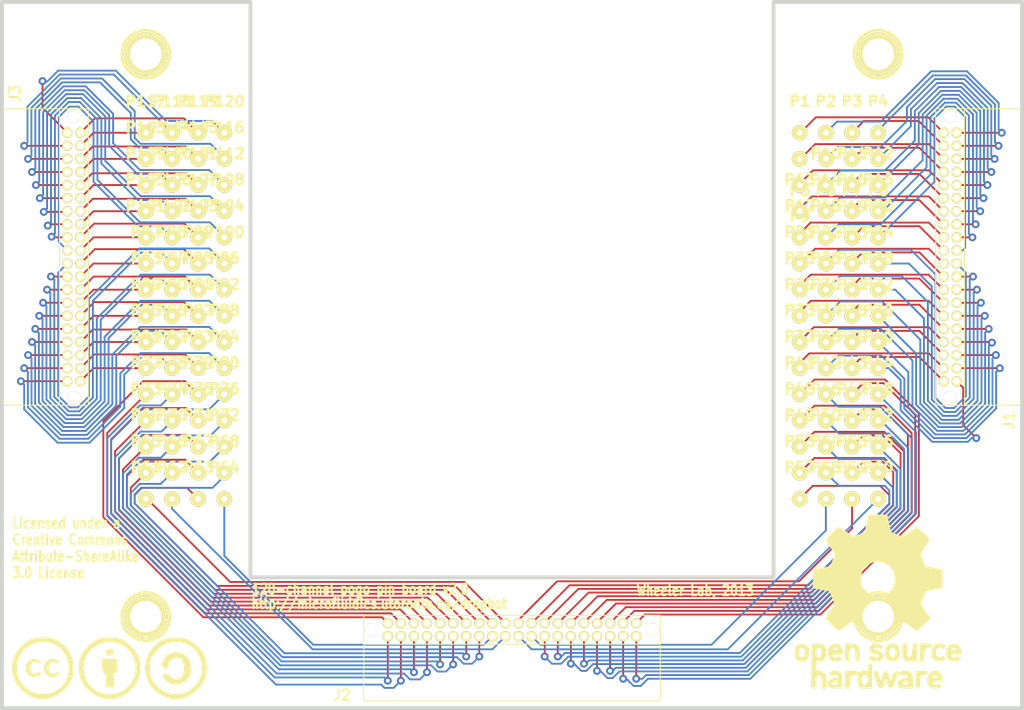
<source format=kicad_pcb>
(kicad_pcb (version 4) (host pcbnew 4.0.1-stable)
  (title_block (date "11 sep 2013"))
  (layers (0 Front signal) (31 Back signal) (34 B.Paste user) (35 F.Paste user) (36 B.SilkS user) (37 F.SilkS user) (38 B.Mask user) (39 F.Mask user) (44 Edge.Cuts user))
  (net 0 "")
  (net 1 "Net-(J1-Pad3)")
  (net 2 "Net-(J1-Pad1)")
  (net 3 "Net-(J1-Pad2)")
  (net 4 "Net-(J1-Pad4)")
  (net 5 "Net-(J1-Pad10)")
  (net 6 "Net-(J1-Pad12)")
  (net 7 "Net-(J1-Pad8)")
  (net 8 "Net-(J1-Pad6)")
  (net 9 "Net-(J1-Pad5)")
  (net 10 "Net-(J1-Pad7)")
  (net 11 "Net-(J1-Pad11)")
  (net 12 "Net-(J1-Pad9)")
  (net 13 "Net-(J1-Pad32)")
  (net 14 "Net-(J1-Pad34)")
  (net 15 "Net-(J1-Pad38)")
  (net 16 "Net-(J1-Pad36)")
  (net 17 "Net-(J1-Pad35)")
  (net 18 "Net-(J1-Pad37)")
  (net 19 "Net-(J1-Pad33)")
  (net 20 "Net-(J1-Pad31)")
  (net 21 "Net-(J1-Pad39)")
  (net 22 "Net-(J1-Pad40)")
  (net 23 "Net-(J1-Pad30)")
  (net 24 "Net-(J1-Pad29)")
  (net 25 "Net-(J1-Pad17)")
  (net 26 "Net-(J1-Pad19)")
  (net 27 "Net-(J1-Pad15)")
  (net 28 "Net-(J1-Pad13)")
  (net 29 "Net-(J1-Pad21)")
  (net 30 "Net-(J1-Pad23)")
  (net 31 "Net-(J1-Pad27)")
  (net 32 "Net-(J1-Pad25)")
  (net 33 "Net-(J1-Pad26)")
  (net 34 "Net-(J1-Pad28)")
  (net 35 "Net-(J1-Pad24)")
  (net 36 "Net-(J1-Pad22)")
  (net 37 "Net-(J1-Pad14)")
  (net 38 "Net-(J1-Pad16)")
  (net 39 "Net-(J1-Pad20)")
  (net 40 "Net-(J1-Pad18)")
  (net 41 "Net-(J2-Pad3)")
  (net 42 "Net-(J2-Pad1)")
  (net 43 "Net-(J2-Pad2)")
  (net 44 "Net-(J2-Pad4)")
  (net 45 "Net-(J2-Pad10)")
  (net 46 "Net-(J2-Pad12)")
  (net 47 "Net-(J2-Pad8)")
  (net 48 "Net-(J2-Pad6)")
  (net 49 "Net-(J2-Pad5)")
  (net 50 "Net-(J2-Pad7)")
  (net 51 "Net-(J2-Pad11)")
  (net 52 "Net-(J2-Pad9)")
  (net 53 "Net-(J2-Pad32)")
  (net 54 "Net-(J2-Pad34)")
  (net 55 "Net-(J2-Pad38)")
  (net 56 "Net-(J2-Pad36)")
  (net 57 "Net-(J2-Pad35)")
  (net 58 "Net-(J2-Pad37)")
  (net 59 "Net-(J2-Pad33)")
  (net 60 "Net-(J2-Pad31)")
  (net 61 "Net-(J2-Pad39)")
  (net 62 "Net-(J2-Pad40)")
  (net 63 "Net-(J2-Pad30)")
  (net 64 "Net-(J2-Pad29)")
  (net 65 "Net-(J2-Pad17)")
  (net 66 "Net-(J2-Pad19)")
  (net 67 "Net-(J2-Pad15)")
  (net 68 "Net-(J2-Pad13)")
  (net 69 "Net-(J2-Pad21)")
  (net 70 "Net-(J2-Pad23)")
  (net 71 "Net-(J2-Pad27)")
  (net 72 "Net-(J2-Pad25)")
  (net 73 "Net-(J2-Pad26)")
  (net 74 "Net-(J2-Pad28)")
  (net 75 "Net-(J2-Pad24)")
  (net 76 "Net-(J2-Pad22)")
  (net 77 "Net-(J2-Pad14)")
  (net 78 "Net-(J2-Pad16)")
  (net 79 "Net-(J2-Pad20)")
  (net 80 "Net-(J2-Pad18)")
  (net 81 "Net-(J3-Pad3)")
  (net 82 "Net-(J3-Pad1)")
  (net 83 "Net-(J3-Pad2)")
  (net 84 "Net-(J3-Pad4)")
  (net 85 "Net-(J3-Pad10)")
  (net 86 "Net-(J3-Pad12)")
  (net 87 "Net-(J3-Pad8)")
  (net 88 "Net-(J3-Pad6)")
  (net 89 "Net-(J3-Pad5)")
  (net 90 "Net-(J3-Pad7)")
  (net 91 "Net-(J3-Pad11)")
  (net 92 "Net-(J3-Pad9)")
  (net 93 "Net-(J3-Pad32)")
  (net 94 "Net-(J3-Pad34)")
  (net 95 "Net-(J3-Pad38)")
  (net 96 "Net-(J3-Pad36)")
  (net 97 "Net-(J3-Pad35)")
  (net 98 "Net-(J3-Pad37)")
  (net 99 "Net-(J3-Pad33)")
  (net 100 "Net-(J3-Pad31)")
  (net 101 "Net-(J3-Pad39)")
  (net 102 "Net-(J3-Pad40)")
  (net 103 "Net-(J3-Pad30)")
  (net 104 "Net-(J3-Pad29)")
  (net 105 "Net-(J3-Pad17)")
  (net 106 "Net-(J3-Pad19)")
  (net 107 "Net-(J3-Pad15)")
  (net 108 "Net-(J3-Pad13)")
  (net 109 "Net-(J3-Pad21)")
  (net 110 "Net-(J3-Pad23)")
  (net 111 "Net-(J3-Pad27)")
  (net 112 "Net-(J3-Pad25)")
  (net 113 "Net-(J3-Pad26)")
  (net 114 "Net-(J3-Pad28)")
  (net 115 "Net-(J3-Pad24)")
  (net 116 "Net-(J3-Pad22)")
  (net 117 "Net-(J3-Pad14)")
  (net 118 "Net-(J3-Pad16)")
  (net 119 "Net-(J3-Pad20)")
  (net 120 "Net-(J3-Pad18)")
  (net 121 "Net-(P1-Pad1)")
  (net 122 "Net-(P2-Pad1)")
  (net 123 "Net-(P3-Pad1)")
  (net 124 "Net-(P4-Pad1)")
  (net 125 "Net-(P5-Pad1)")
  (net 126 "Net-(P6-Pad1)")
  (net 127 "Net-(P7-Pad1)")
  (net 128 "Net-(P8-Pad1)")
  (net 129 "Net-(P9-Pad1)")
  (net 130 "Net-(P10-Pad1)")
  (net 131 "Net-(P11-Pad1)")
  (net 132 "Net-(P12-Pad1)")
  (net 133 "Net-(P13-Pad1)")
  (net 134 "Net-(P14-Pad1)")
  (net 135 "Net-(P15-Pad1)")
  (net 136 "Net-(P16-Pad1)")
  (net 137 "Net-(P17-Pad1)")
  (net 138 "Net-(P18-Pad1)")
  (net 139 "Net-(P19-Pad1)")
  (net 140 "Net-(P20-Pad1)")
  (net 141 "Net-(P21-Pad1)")
  (net 142 "Net-(P22-Pad1)")
  (net 143 "Net-(P23-Pad1)")
  (net 144 "Net-(P24-Pad1)")
  (net 145 "Net-(P25-Pad1)")
  (net 146 "Net-(P26-Pad1)")
  (net 147 "Net-(P27-Pad1)")
  (net 148 "Net-(P28-Pad1)")
  (net 149 "Net-(P29-Pad1)")
  (net 150 "Net-(P30-Pad1)")
  (net 151 "Net-(P31-Pad1)")
  (net 152 "Net-(P32-Pad1)")
  (net 153 "Net-(P33-Pad1)")
  (net 154 "Net-(P34-Pad1)")
  (net 155 "Net-(P35-Pad1)")
  (net 156 "Net-(P36-Pad1)")
  (net 157 "Net-(P37-Pad1)")
  (net 158 "Net-(P38-Pad1)")
  (net 159 "Net-(P39-Pad1)")
  (net 160 "Net-(P40-Pad1)")
  (net 161 "Net-(P41-Pad1)")
  (net 162 "Net-(P42-Pad1)")
  (net 163 "Net-(P43-Pad1)")
  (net 164 "Net-(P44-Pad1)")
  (net 165 "Net-(P45-Pad1)")
  (net 166 "Net-(P46-Pad1)")
  (net 167 "Net-(P47-Pad1)")
  (net 168 "Net-(P48-Pad1)")
  (net 169 "Net-(P49-Pad1)")
  (net 170 "Net-(P50-Pad1)")
  (net 171 "Net-(P51-Pad1)")
  (net 172 "Net-(P52-Pad1)")
  (net 173 "Net-(P53-Pad1)")
  (net 174 "Net-(P54-Pad1)")
  (net 175 "Net-(P55-Pad1)")
  (net 176 "Net-(P56-Pad1)")
  (net 177 "Net-(P57-Pad1)")
  (net 178 "Net-(P58-Pad1)")
  (net 179 "Net-(P59-Pad1)")
  (net 180 "Net-(P60-Pad1)")
  (net 181 "Net-(P61-Pad1)")
  (net 182 "Net-(P62-Pad1)")
  (net 183 "Net-(P63-Pad1)")
  (net 184 "Net-(P64-Pad1)")
  (net 185 "Net-(P65-Pad1)")
  (net 186 "Net-(P66-Pad1)")
  (net 187 "Net-(P67-Pad1)")
  (net 188 "Net-(P68-Pad1)")
  (net 189 "Net-(P69-Pad1)")
  (net 190 "Net-(P70-Pad1)")
  (net 191 "Net-(P71-Pad1)")
  (net 192 "Net-(P72-Pad1)")
  (net 193 "Net-(P73-Pad1)")
  (net 194 "Net-(P74-Pad1)")
  (net 195 "Net-(P75-Pad1)")
  (net 196 "Net-(P76-Pad1)")
  (net 197 "Net-(P77-Pad1)")
  (net 198 "Net-(P78-Pad1)")
  (net 199 "Net-(P79-Pad1)")
  (net 200 "Net-(P80-Pad1)")
  (net 201 "Net-(P81-Pad1)")
  (net 202 "Net-(P82-Pad1)")
  (net 203 "Net-(P83-Pad1)")
  (net 204 "Net-(P84-Pad1)")
  (net 205 "Net-(P85-Pad1)")
  (net 206 "Net-(P86-Pad1)")
  (net 207 "Net-(P87-Pad1)")
  (net 208 "Net-(P88-Pad1)")
  (net 209 "Net-(P89-Pad1)")
  (net 210 "Net-(P90-Pad1)")
  (net 211 "Net-(P91-Pad1)")
  (net 212 "Net-(P92-Pad1)")
  (net 213 "Net-(P93-Pad1)")
  (net 214 "Net-(P94-Pad1)")
  (net 215 "Net-(P95-Pad1)")
  (net 216 "Net-(P96-Pad1)")
  (net 217 "Net-(P97-Pad1)")
  (net 218 "Net-(P98-Pad1)")
  (net 219 "Net-(P99-Pad1)")
  (net 220 "Net-(P100-Pad1)")
  (net 221 "Net-(P101-Pad1)")
  (net 222 "Net-(P102-Pad1)")
  (net 223 "Net-(P103-Pad1)")
  (net 224 "Net-(P104-Pad1)")
  (net 225 "Net-(P105-Pad1)")
  (net 226 "Net-(P106-Pad1)")
  (net 227 "Net-(P107-Pad1)")
  (net 228 "Net-(P108-Pad1)")
  (net 229 "Net-(P109-Pad1)")
  (net 230 "Net-(P110-Pad1)")
  (net 231 "Net-(P111-Pad1)")
  (net 232 "Net-(P112-Pad1)")
  (net 233 "Net-(P113-Pad1)")
  (net 234 "Net-(P114-Pad1)")
  (net 235 "Net-(P115-Pad1)")
  (net 236 "Net-(P116-Pad1)")
  (net 237 "Net-(P117-Pad1)")
  (net 238 "Net-(P118-Pad1)")
  (net 239 "Net-(P119-Pad1)")
  (net 240 "Net-(P120-Pad1)")
  (module 1pin (layer Front) (at 40.64 90.17)
    (fp_text reference H4 hide)
    (fp_text value H4 hide)
    (pad 1 thru_hole circle (at 0 0) (size 4.064 4.064) (drill 3.048) (layers *.Cu *.Mask F.SilkS))
  )
  (module 1pin (layer Front) (at 111.76 90.17)
    (fp_text reference H3 hide)
    (fp_text value H3 hide)
    (pad 1 thru_hole circle (at 0 0) (size 4.064 4.064) (drill 3.048) (layers *.Cu *.Mask F.SilkS))
  )
  (module 1pin (layer Front) (at 40.64 35.56)
    (fp_text reference H1 hide)
    (fp_text value H1 hide)
    (pad 1 thru_hole circle (at 0 0) (size 4.064 4.064) (drill 3.048) (layers *.Cu *.Mask F.SilkS))
  )
  (module 1pin (layer Front) (at 111.76 35.56)
    (fp_text reference H2 hide)
    (fp_text value H2 hide)
    (pad 1 thru_hole circle (at 0 0) (size 4.064 4.064) (drill 3.048) (layers *.Cu *.Mask F.SilkS))
  )
  (module TFML-120-01-XXX-D-RA (layer Front) (at 33.655 55.245 90)
    (fp_text reference J3 (at 15.875 -5.715 90) (layer F.SilkS) (effects (font (size 1.016 1.016) (thickness 0.2032))))
    (fp_text value CONN_40 hide)
    (pad "" thru_hole circle (at -13.6525 0 90) (size 1.27 1.27) (drill 1.27) (layers *.Cu *.Mask F.SilkS))
    (pad "" thru_hole circle (at 13.6525 0 90) (size 1.27 1.27) (drill 1.27) (layers *.Cu *.Mask F.SilkS))
    (pad 3 thru_hole circle (at -10.795 0.635 90) (size 1.00076 1.00076) (drill 0.635) (layers *.Cu *.Mask F.SilkS) (net 81 "Net-(J3-Pad3)"))
    (pad 1 thru_hole circle (at -12.065 0.635 90) (size 1.00076 1.00076) (drill 0.635) (layers *.Cu *.Mask F.SilkS) (net 82 "Net-(J3-Pad1)"))
    (pad 2 thru_hole circle (at -12.065 -0.635 90) (size 1.00076 1.00076) (drill 0.635) (layers *.Cu *.Mask F.SilkS) (net 83 "Net-(J3-Pad2)"))
    (pad 4 thru_hole circle (at -10.795 -0.635 90) (size 1.00076 1.00076) (drill 0.635) (layers *.Cu *.Mask F.SilkS) (net 84 "Net-(J3-Pad4)"))
    (pad 10 thru_hole circle (at -6.985 -0.635 90) (size 1.00076 1.00076) (drill 0.635) (layers *.Cu *.Mask F.SilkS) (net 85 "Net-(J3-Pad10)"))
    (pad 12 thru_hole circle (at -5.715 -0.635 90) (size 1.00076 1.00076) (drill 0.635) (layers *.Cu *.Mask F.SilkS) (net 86 "Net-(J3-Pad12)"))
    (pad 8 thru_hole circle (at -8.255 -0.635 90) (size 1.00076 1.00076) (drill 0.635) (layers *.Cu *.Mask F.SilkS) (net 87 "Net-(J3-Pad8)"))
    (pad 6 thru_hole circle (at -9.525 -0.635 90) (size 1.00076 1.00076) (drill 0.635) (layers *.Cu *.Mask F.SilkS) (net 88 "Net-(J3-Pad6)"))
    (pad 5 thru_hole circle (at -9.525 0.635 90) (size 1.00076 1.00076) (drill 0.635) (layers *.Cu *.Mask F.SilkS) (net 89 "Net-(J3-Pad5)"))
    (pad 7 thru_hole circle (at -8.255 0.635 90) (size 1.00076 1.00076) (drill 0.635) (layers *.Cu *.Mask F.SilkS) (net 90 "Net-(J3-Pad7)"))
    (pad 11 thru_hole circle (at -5.715 0.635 90) (size 1.00076 1.00076) (drill 0.635) (layers *.Cu *.Mask F.SilkS) (net 91 "Net-(J3-Pad11)"))
    (pad 9 thru_hole circle (at -6.985 0.635 90) (size 1.00076 1.00076) (drill 0.635) (layers *.Cu *.Mask F.SilkS) (net 92 "Net-(J3-Pad9)"))
    (pad 32 thru_hole circle (at 6.985 -0.635 90) (size 1.00076 1.00076) (drill 0.635) (layers *.Cu *.Mask F.SilkS) (net 93 "Net-(J3-Pad32)"))
    (pad 34 thru_hole circle (at 8.255 -0.635 90) (size 1.00076 1.00076) (drill 0.635) (layers *.Cu *.Mask F.SilkS) (net 94 "Net-(J3-Pad34)"))
    (pad 38 thru_hole circle (at 10.795 -0.635 90) (size 1.00076 1.00076) (drill 0.635) (layers *.Cu *.Mask F.SilkS) (net 95 "Net-(J3-Pad38)"))
    (pad 36 thru_hole circle (at 9.525 -0.635 90) (size 1.00076 1.00076) (drill 0.635) (layers *.Cu *.Mask F.SilkS) (net 96 "Net-(J3-Pad36)"))
    (pad 35 thru_hole circle (at 9.525 0.635 90) (size 1.00076 1.00076) (drill 0.635) (layers *.Cu *.Mask F.SilkS) (net 97 "Net-(J3-Pad35)"))
    (pad 37 thru_hole circle (at 10.795 0.635 90) (size 1.00076 1.00076) (drill 0.635) (layers *.Cu *.Mask F.SilkS) (net 98 "Net-(J3-Pad37)"))
    (pad 33 thru_hole circle (at 8.255 0.635 90) (size 1.00076 1.00076) (drill 0.635) (layers *.Cu *.Mask F.SilkS) (net 99 "Net-(J3-Pad33)"))
    (pad 31 thru_hole circle (at 6.985 0.635 90) (size 1.00076 1.00076) (drill 0.635) (layers *.Cu *.Mask F.SilkS) (net 100 "Net-(J3-Pad31)"))
    (pad 39 thru_hole circle (at 12.065 0.635 90) (size 1.00076 1.00076) (drill 0.635) (layers *.Cu *.Mask F.SilkS) (net 101 "Net-(J3-Pad39)"))
    (pad 40 thru_hole circle (at 12.065 -0.635 90) (size 1.00076 1.00076) (drill 0.635) (layers *.Cu *.Mask F.SilkS) (net 102 "Net-(J3-Pad40)"))
    (pad 30 thru_hole circle (at 5.715 -0.635 90) (size 1.00076 1.00076) (drill 0.635) (layers *.Cu *.Mask F.SilkS) (net 103 "Net-(J3-Pad30)"))
    (pad 29 thru_hole circle (at 5.715 0.635 90) (size 1.00076 1.00076) (drill 0.635) (layers *.Cu *.Mask F.SilkS) (net 104 "Net-(J3-Pad29)"))
    (pad 17 thru_hole circle (at -1.905 0.635 90) (size 1.00076 1.00076) (drill 0.635) (layers *.Cu *.Mask F.SilkS) (net 105 "Net-(J3-Pad17)"))
    (pad 19 thru_hole circle (at -0.635 0.635 90) (size 1.00076 1.00076) (drill 0.635) (layers *.Cu *.Mask F.SilkS) (net 106 "Net-(J3-Pad19)"))
    (pad 15 thru_hole circle (at -3.175 0.635 90) (size 1.00076 1.00076) (drill 0.635) (layers *.Cu *.Mask F.SilkS) (net 107 "Net-(J3-Pad15)"))
    (pad 13 thru_hole circle (at -4.445 0.635 90) (size 1.00076 1.00076) (drill 0.635) (layers *.Cu *.Mask F.SilkS) (net 108 "Net-(J3-Pad13)"))
    (pad 21 thru_hole circle (at 0.635 0.635 90) (size 1.00076 1.00076) (drill 0.635) (layers *.Cu *.Mask F.SilkS) (net 109 "Net-(J3-Pad21)"))
    (pad 23 thru_hole circle (at 1.905 0.635 90) (size 1.00076 1.00076) (drill 0.635) (layers *.Cu *.Mask F.SilkS) (net 110 "Net-(J3-Pad23)"))
    (pad 27 thru_hole circle (at 4.445 0.635 90) (size 1.00076 1.00076) (drill 0.635) (layers *.Cu *.Mask F.SilkS) (net 111 "Net-(J3-Pad27)"))
    (pad 25 thru_hole circle (at 3.175 0.635 90) (size 1.00076 1.00076) (drill 0.635) (layers *.Cu *.Mask F.SilkS) (net 112 "Net-(J3-Pad25)"))
    (pad 26 thru_hole circle (at 3.175 -0.635 90) (size 1.00076 1.00076) (drill 0.635) (layers *.Cu *.Mask F.SilkS) (net 113 "Net-(J3-Pad26)"))
    (pad 28 thru_hole circle (at 4.445 -0.635 90) (size 1.00076 1.00076) (drill 0.635) (layers *.Cu *.Mask F.SilkS) (net 114 "Net-(J3-Pad28)"))
    (pad 24 thru_hole circle (at 1.905 -0.635 90) (size 1.00076 1.00076) (drill 0.635) (layers *.Cu *.Mask F.SilkS) (net 115 "Net-(J3-Pad24)"))
    (pad 22 thru_hole circle (at 0.635 -0.635 90) (size 1.00076 1.00076) (drill 0.635) (layers *.Cu *.Mask F.SilkS) (net 116 "Net-(J3-Pad22)"))
    (pad 14 thru_hole circle (at -4.445 -0.635 90) (size 1.00076 1.00076) (drill 0.635) (layers *.Cu *.Mask F.SilkS) (net 117 "Net-(J3-Pad14)"))
    (pad 16 thru_hole circle (at -3.175 -0.635 90) (size 1.00076 1.00076) (drill 0.635) (layers *.Cu *.Mask F.SilkS) (net 118 "Net-(J3-Pad16)"))
    (pad 20 thru_hole circle (at -0.635 -0.635 90) (size 1.00076 1.00076) (drill 0.635) (layers *.Cu *.Mask F.SilkS) (net 119 "Net-(J3-Pad20)"))
    (pad 18 thru_hole circle (at -1.905 -0.635 90) (size 1.00076 1.00076) (drill 0.635) (layers *.Cu *.Mask F.SilkS) (net 120 "Net-(J3-Pad18)"))
  )
  (module TFML-120-01-XXX-D-RA (layer Front) (at 118.745 55.245 270)
    (fp_text reference J1 (at 15.875 -5.715 270) (layer F.SilkS) (effects (font (size 1.016 1.016) (thickness 0.2032))))
    (fp_text value CONN_40 hide)
    (pad "" thru_hole circle (at -13.6525 0 270) (size 1.27 1.27) (drill 1.27) (layers *.Cu *.Mask F.SilkS))
    (pad "" thru_hole circle (at 13.6525 0 270) (size 1.27 1.27) (drill 1.27) (layers *.Cu *.Mask F.SilkS))
    (pad 3 thru_hole circle (at -10.795 0.635 270) (size 1.00076 1.00076) (drill 0.635) (layers *.Cu *.Mask F.SilkS) (net 1 "Net-(J1-Pad3)"))
    (pad 1 thru_hole circle (at -12.065 0.635 270) (size 1.00076 1.00076) (drill 0.635) (layers *.Cu *.Mask F.SilkS) (net 2 "Net-(J1-Pad1)"))
    (pad 2 thru_hole circle (at -12.065 -0.635 270) (size 1.00076 1.00076) (drill 0.635) (layers *.Cu *.Mask F.SilkS) (net 3 "Net-(J1-Pad2)"))
    (pad 4 thru_hole circle (at -10.795 -0.635 270) (size 1.00076 1.00076) (drill 0.635) (layers *.Cu *.Mask F.SilkS) (net 4 "Net-(J1-Pad4)"))
    (pad 10 thru_hole circle (at -6.985 -0.635 270) (size 1.00076 1.00076) (drill 0.635) (layers *.Cu *.Mask F.SilkS) (net 5 "Net-(J1-Pad10)"))
    (pad 12 thru_hole circle (at -5.715 -0.635 270) (size 1.00076 1.00076) (drill 0.635) (layers *.Cu *.Mask F.SilkS) (net 6 "Net-(J1-Pad12)"))
    (pad 8 thru_hole circle (at -8.255 -0.635 270) (size 1.00076 1.00076) (drill 0.635) (layers *.Cu *.Mask F.SilkS) (net 7 "Net-(J1-Pad8)"))
    (pad 6 thru_hole circle (at -9.525 -0.635 270) (size 1.00076 1.00076) (drill 0.635) (layers *.Cu *.Mask F.SilkS) (net 8 "Net-(J1-Pad6)"))
    (pad 5 thru_hole circle (at -9.525 0.635 270) (size 1.00076 1.00076) (drill 0.635) (layers *.Cu *.Mask F.SilkS) (net 9 "Net-(J1-Pad5)"))
    (pad 7 thru_hole circle (at -8.255 0.635 270) (size 1.00076 1.00076) (drill 0.635) (layers *.Cu *.Mask F.SilkS) (net 10 "Net-(J1-Pad7)"))
    (pad 11 thru_hole circle (at -5.715 0.635 270) (size 1.00076 1.00076) (drill 0.635) (layers *.Cu *.Mask F.SilkS) (net 11 "Net-(J1-Pad11)"))
    (pad 9 thru_hole circle (at -6.985 0.635 270) (size 1.00076 1.00076) (drill 0.635) (layers *.Cu *.Mask F.SilkS) (net 12 "Net-(J1-Pad9)"))
    (pad 32 thru_hole circle (at 6.985 -0.635 270) (size 1.00076 1.00076) (drill 0.635) (layers *.Cu *.Mask F.SilkS) (net 13 "Net-(J1-Pad32)"))
    (pad 34 thru_hole circle (at 8.255 -0.635 270) (size 1.00076 1.00076) (drill 0.635) (layers *.Cu *.Mask F.SilkS) (net 14 "Net-(J1-Pad34)"))
    (pad 38 thru_hole circle (at 10.795 -0.635 270) (size 1.00076 1.00076) (drill 0.635) (layers *.Cu *.Mask F.SilkS) (net 15 "Net-(J1-Pad38)"))
    (pad 36 thru_hole circle (at 9.525 -0.635 270) (size 1.00076 1.00076) (drill 0.635) (layers *.Cu *.Mask F.SilkS) (net 16 "Net-(J1-Pad36)"))
    (pad 35 thru_hole circle (at 9.525 0.635 270) (size 1.00076 1.00076) (drill 0.635) (layers *.Cu *.Mask F.SilkS) (net 17 "Net-(J1-Pad35)"))
    (pad 37 thru_hole circle (at 10.795 0.635 270) (size 1.00076 1.00076) (drill 0.635) (layers *.Cu *.Mask F.SilkS) (net 18 "Net-(J1-Pad37)"))
    (pad 33 thru_hole circle (at 8.255 0.635 270) (size 1.00076 1.00076) (drill 0.635) (layers *.Cu *.Mask F.SilkS) (net 19 "Net-(J1-Pad33)"))
    (pad 31 thru_hole circle (at 6.985 0.635 270) (size 1.00076 1.00076) (drill 0.635) (layers *.Cu *.Mask F.SilkS) (net 20 "Net-(J1-Pad31)"))
    (pad 39 thru_hole circle (at 12.065 0.635 270) (size 1.00076 1.00076) (drill 0.635) (layers *.Cu *.Mask F.SilkS) (net 21 "Net-(J1-Pad39)"))
    (pad 40 thru_hole circle (at 12.065 -0.635 270) (size 1.00076 1.00076) (drill 0.635) (layers *.Cu *.Mask F.SilkS) (net 22 "Net-(J1-Pad40)"))
    (pad 30 thru_hole circle (at 5.715 -0.635 270) (size 1.00076 1.00076) (drill 0.635) (layers *.Cu *.Mask F.SilkS) (net 23 "Net-(J1-Pad30)"))
    (pad 29 thru_hole circle (at 5.715 0.635 270) (size 1.00076 1.00076) (drill 0.635) (layers *.Cu *.Mask F.SilkS) (net 24 "Net-(J1-Pad29)"))
    (pad 17 thru_hole circle (at -1.905 0.635 270) (size 1.00076 1.00076) (drill 0.635) (layers *.Cu *.Mask F.SilkS) (net 25 "Net-(J1-Pad17)"))
    (pad 19 thru_hole circle (at -0.635 0.635 270) (size 1.00076 1.00076) (drill 0.635) (layers *.Cu *.Mask F.SilkS) (net 26 "Net-(J1-Pad19)"))
    (pad 15 thru_hole circle (at -3.175 0.635 270) (size 1.00076 1.00076) (drill 0.635) (layers *.Cu *.Mask F.SilkS) (net 27 "Net-(J1-Pad15)"))
    (pad 13 thru_hole circle (at -4.445 0.635 270) (size 1.00076 1.00076) (drill 0.635) (layers *.Cu *.Mask F.SilkS) (net 28 "Net-(J1-Pad13)"))
    (pad 21 thru_hole circle (at 0.635 0.635 270) (size 1.00076 1.00076) (drill 0.635) (layers *.Cu *.Mask F.SilkS) (net 29 "Net-(J1-Pad21)"))
    (pad 23 thru_hole circle (at 1.905 0.635 270) (size 1.00076 1.00076) (drill 0.635) (layers *.Cu *.Mask F.SilkS) (net 30 "Net-(J1-Pad23)"))
    (pad 27 thru_hole circle (at 4.445 0.635 270) (size 1.00076 1.00076) (drill 0.635) (layers *.Cu *.Mask F.SilkS) (net 31 "Net-(J1-Pad27)"))
    (pad 25 thru_hole circle (at 3.175 0.635 270) (size 1.00076 1.00076) (drill 0.635) (layers *.Cu *.Mask F.SilkS) (net 32 "Net-(J1-Pad25)"))
    (pad 26 thru_hole circle (at 3.175 -0.635 270) (size 1.00076 1.00076) (drill 0.635) (layers *.Cu *.Mask F.SilkS) (net 33 "Net-(J1-Pad26)"))
    (pad 28 thru_hole circle (at 4.445 -0.635 270) (size 1.00076 1.00076) (drill 0.635) (layers *.Cu *.Mask F.SilkS) (net 34 "Net-(J1-Pad28)"))
    (pad 24 thru_hole circle (at 1.905 -0.635 270) (size 1.00076 1.00076) (drill 0.635) (layers *.Cu *.Mask F.SilkS) (net 35 "Net-(J1-Pad24)"))
    (pad 22 thru_hole circle (at 0.635 -0.635 270) (size 1.00076 1.00076) (drill 0.635) (layers *.Cu *.Mask F.SilkS) (net 36 "Net-(J1-Pad22)"))
    (pad 14 thru_hole circle (at -4.445 -0.635 270) (size 1.00076 1.00076) (drill 0.635) (layers *.Cu *.Mask F.SilkS) (net 37 "Net-(J1-Pad14)"))
    (pad 16 thru_hole circle (at -3.175 -0.635 270) (size 1.00076 1.00076) (drill 0.635) (layers *.Cu *.Mask F.SilkS) (net 38 "Net-(J1-Pad16)"))
    (pad 20 thru_hole circle (at -0.635 -0.635 270) (size 1.00076 1.00076) (drill 0.635) (layers *.Cu *.Mask F.SilkS) (net 39 "Net-(J1-Pad20)"))
    (pad 18 thru_hole circle (at -1.905 -0.635 270) (size 1.00076 1.00076) (drill 0.635) (layers *.Cu *.Mask F.SilkS) (net 40 "Net-(J1-Pad18)"))
  )
  (module TFML-120-01-XXX-D-RA (layer Front) (at 76.2 91.44 180)
    (fp_text reference J2 (at 16.51 -6.35 180) (layer F.SilkS) (effects (font (size 1.016 1.016) (thickness 0.2032))))
    (fp_text value CONN_40 hide)
    (pad "" thru_hole circle (at -13.6525 0 180) (size 1.27 1.27) (drill 1.27) (layers *.Cu *.Mask F.SilkS))
    (pad "" thru_hole circle (at 13.6525 0 180) (size 1.27 1.27) (drill 1.27) (layers *.Cu *.Mask F.SilkS))
    (pad 3 thru_hole circle (at -10.795 0.635 180) (size 1.00076 1.00076) (drill 0.635) (layers *.Cu *.Mask F.SilkS) (net 41 "Net-(J2-Pad3)"))
    (pad 1 thru_hole circle (at -12.065 0.635 180) (size 1.00076 1.00076) (drill 0.635) (layers *.Cu *.Mask F.SilkS) (net 42 "Net-(J2-Pad1)"))
    (pad 2 thru_hole circle (at -12.065 -0.635 180) (size 1.00076 1.00076) (drill 0.635) (layers *.Cu *.Mask F.SilkS) (net 43 "Net-(J2-Pad2)"))
    (pad 4 thru_hole circle (at -10.795 -0.635 180) (size 1.00076 1.00076) (drill 0.635) (layers *.Cu *.Mask F.SilkS) (net 44 "Net-(J2-Pad4)"))
    (pad 10 thru_hole circle (at -6.985 -0.635 180) (size 1.00076 1.00076) (drill 0.635) (layers *.Cu *.Mask F.SilkS) (net 45 "Net-(J2-Pad10)"))
    (pad 12 thru_hole circle (at -5.715 -0.635 180) (size 1.00076 1.00076) (drill 0.635) (layers *.Cu *.Mask F.SilkS) (net 46 "Net-(J2-Pad12)"))
    (pad 8 thru_hole circle (at -8.255 -0.635 180) (size 1.00076 1.00076) (drill 0.635) (layers *.Cu *.Mask F.SilkS) (net 47 "Net-(J2-Pad8)"))
    (pad 6 thru_hole circle (at -9.525 -0.635 180) (size 1.00076 1.00076) (drill 0.635) (layers *.Cu *.Mask F.SilkS) (net 48 "Net-(J2-Pad6)"))
    (pad 5 thru_hole circle (at -9.525 0.635 180) (size 1.00076 1.00076) (drill 0.635) (layers *.Cu *.Mask F.SilkS) (net 49 "Net-(J2-Pad5)"))
    (pad 7 thru_hole circle (at -8.255 0.635 180) (size 1.00076 1.00076) (drill 0.635) (layers *.Cu *.Mask F.SilkS) (net 50 "Net-(J2-Pad7)"))
    (pad 11 thru_hole circle (at -5.715 0.635 180) (size 1.00076 1.00076) (drill 0.635) (layers *.Cu *.Mask F.SilkS) (net 51 "Net-(J2-Pad11)"))
    (pad 9 thru_hole circle (at -6.985 0.635 180) (size 1.00076 1.00076) (drill 0.635) (layers *.Cu *.Mask F.SilkS) (net 52 "Net-(J2-Pad9)"))
    (pad 32 thru_hole circle (at 6.985 -0.635 180) (size 1.00076 1.00076) (drill 0.635) (layers *.Cu *.Mask F.SilkS) (net 53 "Net-(J2-Pad32)"))
    (pad 34 thru_hole circle (at 8.255 -0.635 180) (size 1.00076 1.00076) (drill 0.635) (layers *.Cu *.Mask F.SilkS) (net 54 "Net-(J2-Pad34)"))
    (pad 38 thru_hole circle (at 10.795 -0.635 180) (size 1.00076 1.00076) (drill 0.635) (layers *.Cu *.Mask F.SilkS) (net 55 "Net-(J2-Pad38)"))
    (pad 36 thru_hole circle (at 9.525 -0.635 180) (size 1.00076 1.00076) (drill 0.635) (layers *.Cu *.Mask F.SilkS) (net 56 "Net-(J2-Pad36)"))
    (pad 35 thru_hole circle (at 9.525 0.635 180) (size 1.00076 1.00076) (drill 0.635) (layers *.Cu *.Mask F.SilkS) (net 57 "Net-(J2-Pad35)"))
    (pad 37 thru_hole circle (at 10.795 0.635 180) (size 1.00076 1.00076) (drill 0.635) (layers *.Cu *.Mask F.SilkS) (net 58 "Net-(J2-Pad37)"))
    (pad 33 thru_hole circle (at 8.255 0.635 180) (size 1.00076 1.00076) (drill 0.635) (layers *.Cu *.Mask F.SilkS) (net 59 "Net-(J2-Pad33)"))
    (pad 31 thru_hole circle (at 6.985 0.635 180) (size 1.00076 1.00076) (drill 0.635) (layers *.Cu *.Mask F.SilkS) (net 60 "Net-(J2-Pad31)"))
    (pad 39 thru_hole circle (at 12.065 0.635 180) (size 1.00076 1.00076) (drill 0.635) (layers *.Cu *.Mask F.SilkS) (net 61 "Net-(J2-Pad39)"))
    (pad 40 thru_hole circle (at 12.065 -0.635 180) (size 1.00076 1.00076) (drill 0.635) (layers *.Cu *.Mask F.SilkS) (net 62 "Net-(J2-Pad40)"))
    (pad 30 thru_hole circle (at 5.715 -0.635 180) (size 1.00076 1.00076) (drill 0.635) (layers *.Cu *.Mask F.SilkS) (net 63 "Net-(J2-Pad30)"))
    (pad 29 thru_hole circle (at 5.715 0.635 180) (size 1.00076 1.00076) (drill 0.635) (layers *.Cu *.Mask F.SilkS) (net 64 "Net-(J2-Pad29)"))
    (pad 17 thru_hole circle (at -1.905 0.635 180) (size 1.00076 1.00076) (drill 0.635) (layers *.Cu *.Mask F.SilkS) (net 65 "Net-(J2-Pad17)"))
    (pad 19 thru_hole circle (at -0.635 0.635 180) (size 1.00076 1.00076) (drill 0.635) (layers *.Cu *.Mask F.SilkS) (net 66 "Net-(J2-Pad19)"))
    (pad 15 thru_hole circle (at -3.175 0.635 180) (size 1.00076 1.00076) (drill 0.635) (layers *.Cu *.Mask F.SilkS) (net 67 "Net-(J2-Pad15)"))
    (pad 13 thru_hole circle (at -4.445 0.635 180) (size 1.00076 1.00076) (drill 0.635) (layers *.Cu *.Mask F.SilkS) (net 68 "Net-(J2-Pad13)"))
    (pad 21 thru_hole circle (at 0.635 0.635 180) (size 1.00076 1.00076) (drill 0.635) (layers *.Cu *.Mask F.SilkS) (net 69 "Net-(J2-Pad21)"))
    (pad 23 thru_hole circle (at 1.905 0.635 180) (size 1.00076 1.00076) (drill 0.635) (layers *.Cu *.Mask F.SilkS) (net 70 "Net-(J2-Pad23)"))
    (pad 27 thru_hole circle (at 4.445 0.635 180) (size 1.00076 1.00076) (drill 0.635) (layers *.Cu *.Mask F.SilkS) (net 71 "Net-(J2-Pad27)"))
    (pad 25 thru_hole circle (at 3.175 0.635 180) (size 1.00076 1.00076) (drill 0.635) (layers *.Cu *.Mask F.SilkS) (net 72 "Net-(J2-Pad25)"))
    (pad 26 thru_hole circle (at 3.175 -0.635 180) (size 1.00076 1.00076) (drill 0.635) (layers *.Cu *.Mask F.SilkS) (net 73 "Net-(J2-Pad26)"))
    (pad 28 thru_hole circle (at 4.445 -0.635 180) (size 1.00076 1.00076) (drill 0.635) (layers *.Cu *.Mask F.SilkS) (net 74 "Net-(J2-Pad28)"))
    (pad 24 thru_hole circle (at 1.905 -0.635 180) (size 1.00076 1.00076) (drill 0.635) (layers *.Cu *.Mask F.SilkS) (net 75 "Net-(J2-Pad24)"))
    (pad 22 thru_hole circle (at 0.635 -0.635 180) (size 1.00076 1.00076) (drill 0.635) (layers *.Cu *.Mask F.SilkS) (net 76 "Net-(J2-Pad22)"))
    (pad 14 thru_hole circle (at -4.445 -0.635 180) (size 1.00076 1.00076) (drill 0.635) (layers *.Cu *.Mask F.SilkS) (net 77 "Net-(J2-Pad14)"))
    (pad 16 thru_hole circle (at -3.175 -0.635 180) (size 1.00076 1.00076) (drill 0.635) (layers *.Cu *.Mask F.SilkS) (net 78 "Net-(J2-Pad16)"))
    (pad 20 thru_hole circle (at -0.635 -0.635 180) (size 1.00076 1.00076) (drill 0.635) (layers *.Cu *.Mask F.SilkS) (net 79 "Net-(J2-Pad20)"))
    (pad 18 thru_hole circle (at -1.905 -0.635 180) (size 1.00076 1.00076) (drill 0.635) (layers *.Cu *.Mask F.SilkS) (net 80 "Net-(J2-Pad18)"))
  )
  (module CC_A_SA_LOGO (layer Front) (at 37.1475 95.1865)
    (fp_text reference G*** hide)
    (fp_text value LOGO hide)
  )
  (module OSHW_LOGO (layer Front) (at 111.76 88.773)
    (fp_text reference G*** hide)
    (fp_text value LOGO hide)
  )
  (module pogo_pin (layer Front) (at 104.14 43.18)
    (fp_text reference P1 (at 0 -3.048) (layer F.SilkS) (effects (font (size 1.016 1.016) (thickness 0.254))))
    (fp_text value CONN_01X01 hide)
    (pad 1 thru_hole circle (at 0 0) (size 1.524 1.524) (drill 0.55) (layers *.Cu *.Mask F.SilkS) (net 121 "Net-(P1-Pad1)"))
  )
  (module pogo_pin (layer Front) (at 106.68 43.18)
    (fp_text reference P2 (at 0 -3.048) (layer F.SilkS) (effects (font (size 1.016 1.016) (thickness 0.254))))
    (fp_text value CONN_01X01 hide)
    (pad 1 thru_hole circle (at 0 0) (size 1.524 1.524) (drill 0.55) (layers *.Cu *.Mask F.SilkS) (net 122 "Net-(P2-Pad1)"))
  )
  (module pogo_pin (layer Front) (at 109.22 43.18)
    (fp_text reference P3 (at 0 -3.048) (layer F.SilkS) (effects (font (size 1.016 1.016) (thickness 0.254))))
    (fp_text value CONN_01X01 hide)
    (pad 1 thru_hole circle (at 0 0) (size 1.524 1.524) (drill 0.55) (layers *.Cu *.Mask F.SilkS) (net 123 "Net-(P3-Pad1)"))
  )
  (module pogo_pin (layer Front) (at 111.76 43.18)
    (fp_text reference P4 (at 0 -3.048) (layer F.SilkS) (effects (font (size 1.016 1.016) (thickness 0.254))))
    (fp_text value CONN_01X01 hide)
    (pad 1 thru_hole circle (at 0 0) (size 1.524 1.524) (drill 0.55) (layers *.Cu *.Mask F.SilkS) (net 124 "Net-(P4-Pad1)"))
  )
  (module pogo_pin (layer Front) (at 104.14 45.72 180)
    (fp_text reference P5 (at 0 -3.048 180) (layer F.SilkS) (effects (font (size 1.016 1.016) (thickness 0.254))))
    (fp_text value CONN_01X01 hide)
    (pad 1 thru_hole circle (at 0 0 180) (size 1.524 1.524) (drill 0.55) (layers *.Cu *.Mask F.SilkS) (net 125 "Net-(P5-Pad1)"))
  )
  (module pogo_pin (layer Front) (at 106.68 45.72 180)
    (fp_text reference P6 (at 0 -3.048 180) (layer F.SilkS) (effects (font (size 1.016 1.016) (thickness 0.254))))
    (fp_text value CONN_01X01 hide)
    (pad 1 thru_hole circle (at 0 0 180) (size 1.524 1.524) (drill 0.55) (layers *.Cu *.Mask F.SilkS) (net 126 "Net-(P6-Pad1)"))
  )
  (module pogo_pin (layer Front) (at 109.22 45.72 180)
    (fp_text reference P7 (at 0 -3.048 180) (layer F.SilkS) (effects (font (size 1.016 1.016) (thickness 0.254))))
    (fp_text value CONN_01X01 hide)
    (pad 1 thru_hole circle (at 0 0 180) (size 1.524 1.524) (drill 0.55) (layers *.Cu *.Mask F.SilkS) (net 127 "Net-(P7-Pad1)"))
  )
  (module pogo_pin (layer Front) (at 111.76 45.72 180)
    (fp_text reference P8 (at 0 -3.048 180) (layer F.SilkS) (effects (font (size 1.016 1.016) (thickness 0.254))))
    (fp_text value CONN_01X01 hide)
    (pad 1 thru_hole circle (at 0 0 180) (size 1.524 1.524) (drill 0.55) (layers *.Cu *.Mask F.SilkS) (net 128 "Net-(P8-Pad1)"))
  )
  (module pogo_pin (layer Front) (at 104.14 48.26 180)
    (fp_text reference P9 (at 0 -3.048 180) (layer F.SilkS) (effects (font (size 1.016 1.016) (thickness 0.254))))
    (fp_text value CONN_01X01 hide)
    (pad 1 thru_hole circle (at 0 0 180) (size 1.524 1.524) (drill 0.55) (layers *.Cu *.Mask F.SilkS) (net 129 "Net-(P9-Pad1)"))
  )
  (module pogo_pin (layer Front) (at 106.68 48.26)
    (fp_text reference P10 (at 0 -3.048) (layer F.SilkS) (effects (font (size 1.016 1.016) (thickness 0.254))))
    (fp_text value CONN_01X01 hide)
    (pad 1 thru_hole circle (at 0 0) (size 1.524 1.524) (drill 0.55) (layers *.Cu *.Mask F.SilkS) (net 130 "Net-(P10-Pad1)"))
  )
  (module pogo_pin (layer Front) (at 109.22 48.26)
    (fp_text reference P11 (at 0 -3.048) (layer F.SilkS) (effects (font (size 1.016 1.016) (thickness 0.254))))
    (fp_text value CONN_01X01 hide)
    (pad 1 thru_hole circle (at 0 0) (size 1.524 1.524) (drill 0.55) (layers *.Cu *.Mask F.SilkS) (net 131 "Net-(P11-Pad1)"))
  )
  (module pogo_pin (layer Front) (at 111.76 48.26)
    (fp_text reference P12 (at 0 -3.048) (layer F.SilkS) (effects (font (size 1.016 1.016) (thickness 0.254))))
    (fp_text value CONN_01X01 hide)
    (pad 1 thru_hole circle (at 0 0) (size 1.524 1.524) (drill 0.55) (layers *.Cu *.Mask F.SilkS) (net 132 "Net-(P12-Pad1)"))
  )
  (module pogo_pin (layer Front) (at 104.14 50.8)
    (fp_text reference P13 (at 0 -3.048) (layer F.SilkS) (effects (font (size 1.016 1.016) (thickness 0.254))))
    (fp_text value CONN_01X01 hide)
    (pad 1 thru_hole circle (at 0 0) (size 1.524 1.524) (drill 0.55) (layers *.Cu *.Mask F.SilkS) (net 133 "Net-(P13-Pad1)"))
  )
  (module pogo_pin (layer Front) (at 106.68 50.8)
    (fp_text reference P14 (at 0 -3.048) (layer F.SilkS) (effects (font (size 1.016 1.016) (thickness 0.254))))
    (fp_text value CONN_01X01 hide)
    (pad 1 thru_hole circle (at 0 0) (size 1.524 1.524) (drill 0.55) (layers *.Cu *.Mask F.SilkS) (net 134 "Net-(P14-Pad1)"))
  )
  (module pogo_pin (layer Front) (at 109.22 50.8)
    (fp_text reference P15 (at 0 -3.048) (layer F.SilkS) (effects (font (size 1.016 1.016) (thickness 0.254))))
    (fp_text value CONN_01X01 hide)
    (pad 1 thru_hole circle (at 0 0) (size 1.524 1.524) (drill 0.55) (layers *.Cu *.Mask F.SilkS) (net 135 "Net-(P15-Pad1)"))
  )
  (module pogo_pin (layer Front) (at 111.76 50.8)
    (fp_text reference P16 (at 0 -3.048) (layer F.SilkS) (effects (font (size 1.016 1.016) (thickness 0.254))))
    (fp_text value CONN_01X01 hide)
    (pad 1 thru_hole circle (at 0 0) (size 1.524 1.524) (drill 0.55) (layers *.Cu *.Mask F.SilkS) (net 136 "Net-(P16-Pad1)"))
  )
  (module pogo_pin (layer Front) (at 104.14 53.34)
    (fp_text reference P17 (at 0 -3.048) (layer F.SilkS) (effects (font (size 1.016 1.016) (thickness 0.254))))
    (fp_text value CONN_01X01 hide)
    (pad 1 thru_hole circle (at 0 0) (size 1.524 1.524) (drill 0.55) (layers *.Cu *.Mask F.SilkS) (net 137 "Net-(P17-Pad1)"))
  )
  (module pogo_pin (layer Front) (at 106.68 53.34)
    (fp_text reference P18 (at 0 -3.048) (layer F.SilkS) (effects (font (size 1.016 1.016) (thickness 0.254))))
    (fp_text value CONN_01X01 hide)
    (pad 1 thru_hole circle (at 0 0) (size 1.524 1.524) (drill 0.55) (layers *.Cu *.Mask F.SilkS) (net 138 "Net-(P18-Pad1)"))
  )
  (module pogo_pin (layer Front) (at 109.22 53.34)
    (fp_text reference P19 (at 0 -3.048) (layer F.SilkS) (effects (font (size 1.016 1.016) (thickness 0.254))))
    (fp_text value CONN_01X01 hide)
    (pad 1 thru_hole circle (at 0 0) (size 1.524 1.524) (drill 0.55) (layers *.Cu *.Mask F.SilkS) (net 139 "Net-(P19-Pad1)"))
  )
  (module pogo_pin (layer Front) (at 111.76 53.34)
    (fp_text reference P20 (at 0 -3.048) (layer F.SilkS) (effects (font (size 1.016 1.016) (thickness 0.254))))
    (fp_text value CONN_01X01 hide)
    (pad 1 thru_hole circle (at 0 0) (size 1.524 1.524) (drill 0.55) (layers *.Cu *.Mask F.SilkS) (net 140 "Net-(P20-Pad1)"))
  )
  (module pogo_pin (layer Front) (at 104.14 55.88)
    (fp_text reference P21 (at 0 -3.048) (layer F.SilkS) (effects (font (size 1.016 1.016) (thickness 0.254))))
    (fp_text value CONN_01X01 hide)
    (pad 1 thru_hole circle (at 0 0) (size 1.524 1.524) (drill 0.55) (layers *.Cu *.Mask F.SilkS) (net 141 "Net-(P21-Pad1)"))
  )
  (module pogo_pin (layer Front) (at 106.68 55.88)
    (fp_text reference P22 (at 0 -3.048) (layer F.SilkS) (effects (font (size 1.016 1.016) (thickness 0.254))))
    (fp_text value CONN_01X01 hide)
    (pad 1 thru_hole circle (at 0 0) (size 1.524 1.524) (drill 0.55) (layers *.Cu *.Mask F.SilkS) (net 142 "Net-(P22-Pad1)"))
  )
  (module pogo_pin (layer Front) (at 109.22 55.88)
    (fp_text reference P23 (at 0 -3.048) (layer F.SilkS) (effects (font (size 1.016 1.016) (thickness 0.254))))
    (fp_text value CONN_01X01 hide)
    (pad 1 thru_hole circle (at 0 0) (size 1.524 1.524) (drill 0.55) (layers *.Cu *.Mask F.SilkS) (net 143 "Net-(P23-Pad1)"))
  )
  (module pogo_pin (layer Front) (at 111.76 55.88)
    (fp_text reference P24 (at 0 -3.048) (layer F.SilkS) (effects (font (size 1.016 1.016) (thickness 0.254))))
    (fp_text value CONN_01X01 hide)
    (pad 1 thru_hole circle (at 0 0) (size 1.524 1.524) (drill 0.55) (layers *.Cu *.Mask F.SilkS) (net 144 "Net-(P24-Pad1)"))
  )
  (module pogo_pin (layer Front) (at 104.14 58.42)
    (fp_text reference P25 (at 0 -3.048) (layer F.SilkS) (effects (font (size 1.016 1.016) (thickness 0.254))))
    (fp_text value CONN_01X01 hide)
    (pad 1 thru_hole circle (at 0 0) (size 1.524 1.524) (drill 0.55) (layers *.Cu *.Mask F.SilkS) (net 145 "Net-(P25-Pad1)"))
  )
  (module pogo_pin (layer Front) (at 106.68 58.42)
    (fp_text reference P26 (at 0 -3.048) (layer F.SilkS) (effects (font (size 1.016 1.016) (thickness 0.254))))
    (fp_text value CONN_01X01 hide)
    (pad 1 thru_hole circle (at 0 0) (size 1.524 1.524) (drill 0.55) (layers *.Cu *.Mask F.SilkS) (net 146 "Net-(P26-Pad1)"))
  )
  (module pogo_pin (layer Front) (at 109.22 58.42)
    (fp_text reference P27 (at 0 -3.048) (layer F.SilkS) (effects (font (size 1.016 1.016) (thickness 0.254))))
    (fp_text value CONN_01X01 hide)
    (pad 1 thru_hole circle (at 0 0) (size 1.524 1.524) (drill 0.55) (layers *.Cu *.Mask F.SilkS) (net 147 "Net-(P27-Pad1)"))
  )
  (module pogo_pin (layer Front) (at 111.76 58.42)
    (fp_text reference P28 (at 0 -3.048) (layer F.SilkS) (effects (font (size 1.016 1.016) (thickness 0.254))))
    (fp_text value CONN_01X01 hide)
    (pad 1 thru_hole circle (at 0 0) (size 1.524 1.524) (drill 0.55) (layers *.Cu *.Mask F.SilkS) (net 148 "Net-(P28-Pad1)"))
  )
  (module pogo_pin (layer Front) (at 104.14 60.96)
    (fp_text reference P29 (at 0 -3.048) (layer F.SilkS) (effects (font (size 1.016 1.016) (thickness 0.254))))
    (fp_text value CONN_01X01 hide)
    (pad 1 thru_hole circle (at 0 0) (size 1.524 1.524) (drill 0.55) (layers *.Cu *.Mask F.SilkS) (net 149 "Net-(P29-Pad1)"))
  )
  (module pogo_pin (layer Front) (at 106.68 60.96)
    (fp_text reference P30 (at 0 -3.048) (layer F.SilkS) (effects (font (size 1.016 1.016) (thickness 0.254))))
    (fp_text value CONN_01X01 hide)
    (pad 1 thru_hole circle (at 0 0) (size 1.524 1.524) (drill 0.55) (layers *.Cu *.Mask F.SilkS) (net 150 "Net-(P30-Pad1)"))
  )
  (module pogo_pin (layer Front) (at 109.22 60.96)
    (fp_text reference P31 (at 0 -3.048) (layer F.SilkS) (effects (font (size 1.016 1.016) (thickness 0.254))))
    (fp_text value CONN_01X01 hide)
    (pad 1 thru_hole circle (at 0 0) (size 1.524 1.524) (drill 0.55) (layers *.Cu *.Mask F.SilkS) (net 151 "Net-(P31-Pad1)"))
  )
  (module pogo_pin (layer Front) (at 111.76 60.96)
    (fp_text reference P32 (at 0 -3.048) (layer F.SilkS) (effects (font (size 1.016 1.016) (thickness 0.254))))
    (fp_text value CONN_01X01 hide)
    (pad 1 thru_hole circle (at 0 0) (size 1.524 1.524) (drill 0.55) (layers *.Cu *.Mask F.SilkS) (net 152 "Net-(P32-Pad1)"))
  )
  (module pogo_pin (layer Front) (at 104.14 63.5)
    (fp_text reference P33 (at 0 -3.048) (layer F.SilkS) (effects (font (size 1.016 1.016) (thickness 0.254))))
    (fp_text value CONN_01X01 hide)
    (pad 1 thru_hole circle (at 0 0) (size 1.524 1.524) (drill 0.55) (layers *.Cu *.Mask F.SilkS) (net 153 "Net-(P33-Pad1)"))
  )
  (module pogo_pin (layer Front) (at 106.68 63.5)
    (fp_text reference P34 (at 0 -3.048) (layer F.SilkS) (effects (font (size 1.016 1.016) (thickness 0.254))))
    (fp_text value CONN_01X01 hide)
    (pad 1 thru_hole circle (at 0 0) (size 1.524 1.524) (drill 0.55) (layers *.Cu *.Mask F.SilkS) (net 154 "Net-(P34-Pad1)"))
  )
  (module pogo_pin (layer Front) (at 109.22 63.5)
    (fp_text reference P35 (at 0 -3.048) (layer F.SilkS) (effects (font (size 1.016 1.016) (thickness 0.254))))
    (fp_text value CONN_01X01 hide)
    (pad 1 thru_hole circle (at 0 0) (size 1.524 1.524) (drill 0.55) (layers *.Cu *.Mask F.SilkS) (net 155 "Net-(P35-Pad1)"))
  )
  (module pogo_pin (layer Front) (at 111.76 63.5)
    (fp_text reference P36 (at 0 -3.048) (layer F.SilkS) (effects (font (size 1.016 1.016) (thickness 0.254))))
    (fp_text value CONN_01X01 hide)
    (pad 1 thru_hole circle (at 0 0) (size 1.524 1.524) (drill 0.55) (layers *.Cu *.Mask F.SilkS) (net 156 "Net-(P36-Pad1)"))
  )
  (module pogo_pin (layer Front) (at 104.14 66.04)
    (fp_text reference P37 (at 0 -3.048) (layer F.SilkS) (effects (font (size 1.016 1.016) (thickness 0.254))))
    (fp_text value CONN_01X01 hide)
    (pad 1 thru_hole circle (at 0 0) (size 1.524 1.524) (drill 0.55) (layers *.Cu *.Mask F.SilkS) (net 157 "Net-(P37-Pad1)"))
  )
  (module pogo_pin (layer Front) (at 106.68 66.04)
    (fp_text reference P38 (at 0 -3.048) (layer F.SilkS) (effects (font (size 1.016 1.016) (thickness 0.254))))
    (fp_text value CONN_01X01 hide)
    (pad 1 thru_hole circle (at 0 0) (size 1.524 1.524) (drill 0.55) (layers *.Cu *.Mask F.SilkS) (net 158 "Net-(P38-Pad1)"))
  )
  (module pogo_pin (layer Front) (at 109.22 66.04)
    (fp_text reference P39 (at 0 -3.048) (layer F.SilkS) (effects (font (size 1.016 1.016) (thickness 0.254))))
    (fp_text value CONN_01X01 hide)
    (pad 1 thru_hole circle (at 0 0) (size 1.524 1.524) (drill 0.55) (layers *.Cu *.Mask F.SilkS) (net 159 "Net-(P39-Pad1)"))
  )
  (module pogo_pin (layer Front) (at 111.76 66.04)
    (fp_text reference P40 (at 0 -3.048) (layer F.SilkS) (effects (font (size 1.016 1.016) (thickness 0.254))))
    (fp_text value CONN_01X01 hide)
    (pad 1 thru_hole circle (at 0 0) (size 1.524 1.524) (drill 0.55) (layers *.Cu *.Mask F.SilkS) (net 160 "Net-(P40-Pad1)"))
  )
  (module pogo_pin (layer Front) (at 104.14 68.58)
    (fp_text reference P41 (at 0 -3.048) (layer F.SilkS) (effects (font (size 1.016 1.016) (thickness 0.254))))
    (fp_text value CONN_01X01 hide)
    (pad 1 thru_hole circle (at 0 0) (size 1.524 1.524) (drill 0.55) (layers *.Cu *.Mask F.SilkS) (net 161 "Net-(P41-Pad1)"))
  )
  (module pogo_pin (layer Front) (at 106.68 68.58)
    (fp_text reference P42 (at 0 -3.048) (layer F.SilkS) (effects (font (size 1.016 1.016) (thickness 0.254))))
    (fp_text value CONN_01X01 hide)
    (pad 1 thru_hole circle (at 0 0) (size 1.524 1.524) (drill 0.55) (layers *.Cu *.Mask F.SilkS) (net 162 "Net-(P42-Pad1)"))
  )
  (module pogo_pin (layer Front) (at 109.22 68.58)
    (fp_text reference P43 (at 0 -3.048) (layer F.SilkS) (effects (font (size 1.016 1.016) (thickness 0.254))))
    (fp_text value CONN_01X01 hide)
    (pad 1 thru_hole circle (at 0 0) (size 1.524 1.524) (drill 0.55) (layers *.Cu *.Mask F.SilkS) (net 163 "Net-(P43-Pad1)"))
  )
  (module pogo_pin (layer Front) (at 111.76 68.58)
    (fp_text reference P44 (at 0 -3.048) (layer F.SilkS) (effects (font (size 1.016 1.016) (thickness 0.254))))
    (fp_text value CONN_01X01 hide)
    (pad 1 thru_hole circle (at 0 0) (size 1.524 1.524) (drill 0.55) (layers *.Cu *.Mask F.SilkS) (net 164 "Net-(P44-Pad1)"))
  )
  (module pogo_pin (layer Front) (at 104.14 71.12)
    (fp_text reference P45 (at 0 -3.048) (layer F.SilkS) (effects (font (size 1.016 1.016) (thickness 0.254))))
    (fp_text value CONN_01X01 hide)
    (pad 1 thru_hole circle (at 0 0) (size 1.524 1.524) (drill 0.55) (layers *.Cu *.Mask F.SilkS) (net 165 "Net-(P45-Pad1)"))
  )
  (module pogo_pin (layer Front) (at 106.68 71.12)
    (fp_text reference P46 (at 0 -3.048) (layer F.SilkS) (effects (font (size 1.016 1.016) (thickness 0.254))))
    (fp_text value CONN_01X01 hide)
    (pad 1 thru_hole circle (at 0 0) (size 1.524 1.524) (drill 0.55) (layers *.Cu *.Mask F.SilkS) (net 166 "Net-(P46-Pad1)"))
  )
  (module pogo_pin (layer Front) (at 109.22 71.12)
    (fp_text reference P47 (at 0 -3.048) (layer F.SilkS) (effects (font (size 1.016 1.016) (thickness 0.254))))
    (fp_text value CONN_01X01 hide)
    (pad 1 thru_hole circle (at 0 0) (size 1.524 1.524) (drill 0.55) (layers *.Cu *.Mask F.SilkS) (net 167 "Net-(P47-Pad1)"))
  )
  (module pogo_pin (layer Front) (at 111.76 71.12)
    (fp_text reference P48 (at 0 -3.048) (layer F.SilkS) (effects (font (size 1.016 1.016) (thickness 0.254))))
    (fp_text value CONN_01X01 hide)
    (pad 1 thru_hole circle (at 0 0) (size 1.524 1.524) (drill 0.55) (layers *.Cu *.Mask F.SilkS) (net 168 "Net-(P48-Pad1)"))
  )
  (module pogo_pin (layer Front) (at 104.14 73.66)
    (fp_text reference P49 (at 0 -3.048) (layer F.SilkS) (effects (font (size 1.016 1.016) (thickness 0.254))))
    (fp_text value CONN_01X01 hide)
    (pad 1 thru_hole circle (at 0 0) (size 1.524 1.524) (drill 0.55) (layers *.Cu *.Mask F.SilkS) (net 169 "Net-(P49-Pad1)"))
  )
  (module pogo_pin (layer Front) (at 106.68 73.66)
    (fp_text reference P50 (at 0 -3.048) (layer F.SilkS) (effects (font (size 1.016 1.016) (thickness 0.254))))
    (fp_text value CONN_01X01 hide)
    (pad 1 thru_hole circle (at 0 0) (size 1.524 1.524) (drill 0.55) (layers *.Cu *.Mask F.SilkS) (net 170 "Net-(P50-Pad1)"))
  )
  (module pogo_pin (layer Front) (at 109.22 73.66)
    (fp_text reference P51 (at 0 -3.048) (layer F.SilkS) (effects (font (size 1.016 1.016) (thickness 0.254))))
    (fp_text value CONN_01X01 hide)
    (pad 1 thru_hole circle (at 0 0) (size 1.524 1.524) (drill 0.55) (layers *.Cu *.Mask F.SilkS) (net 171 "Net-(P51-Pad1)"))
  )
  (module pogo_pin (layer Front) (at 111.76 73.66)
    (fp_text reference P52 (at 0 -3.048) (layer F.SilkS) (effects (font (size 1.016 1.016) (thickness 0.254))))
    (fp_text value CONN_01X01 hide)
    (pad 1 thru_hole circle (at 0 0) (size 1.524 1.524) (drill 0.55) (layers *.Cu *.Mask F.SilkS) (net 172 "Net-(P52-Pad1)"))
  )
  (module pogo_pin (layer Front) (at 104.14 76.2)
    (fp_text reference P53 (at 0 -3.048) (layer F.SilkS) (effects (font (size 1.016 1.016) (thickness 0.254))))
    (fp_text value CONN_01X01 hide)
    (pad 1 thru_hole circle (at 0 0) (size 1.524 1.524) (drill 0.55) (layers *.Cu *.Mask F.SilkS) (net 173 "Net-(P53-Pad1)"))
  )
  (module pogo_pin (layer Front) (at 106.68 76.2)
    (fp_text reference P54 (at 0 -3.048) (layer F.SilkS) (effects (font (size 1.016 1.016) (thickness 0.254))))
    (fp_text value CONN_01X01 hide)
    (pad 1 thru_hole circle (at 0 0) (size 1.524 1.524) (drill 0.55) (layers *.Cu *.Mask F.SilkS) (net 174 "Net-(P54-Pad1)"))
  )
  (module pogo_pin (layer Front) (at 109.22 76.2)
    (fp_text reference P55 (at 0 -3.048) (layer F.SilkS) (effects (font (size 1.016 1.016) (thickness 0.254))))
    (fp_text value CONN_01X01 hide)
    (pad 1 thru_hole circle (at 0 0) (size 1.524 1.524) (drill 0.55) (layers *.Cu *.Mask F.SilkS) (net 175 "Net-(P55-Pad1)"))
  )
  (module pogo_pin (layer Front) (at 111.76 76.2)
    (fp_text reference P56 (at 0 -3.048) (layer F.SilkS) (effects (font (size 1.016 1.016) (thickness 0.254))))
    (fp_text value CONN_01X01 hide)
    (pad 1 thru_hole circle (at 0 0) (size 1.524 1.524) (drill 0.55) (layers *.Cu *.Mask F.SilkS) (net 176 "Net-(P56-Pad1)"))
  )
  (module pogo_pin (layer Front) (at 104.14 78.74)
    (fp_text reference P57 (at 0 -3.048) (layer F.SilkS) (effects (font (size 1.016 1.016) (thickness 0.254))))
    (fp_text value CONN_01X01 hide)
    (pad 1 thru_hole circle (at 0 0) (size 1.524 1.524) (drill 0.55) (layers *.Cu *.Mask F.SilkS) (net 177 "Net-(P57-Pad1)"))
  )
  (module pogo_pin (layer Front) (at 106.68 78.74)
    (fp_text reference P58 (at 0 -3.048) (layer F.SilkS) (effects (font (size 1.016 1.016) (thickness 0.254))))
    (fp_text value CONN_01X01 hide)
    (pad 1 thru_hole circle (at 0 0) (size 1.524 1.524) (drill 0.55) (layers *.Cu *.Mask F.SilkS) (net 178 "Net-(P58-Pad1)"))
  )
  (module pogo_pin (layer Front) (at 109.22 78.74)
    (fp_text reference P59 (at 0 -3.048) (layer F.SilkS) (effects (font (size 1.016 1.016) (thickness 0.254))))
    (fp_text value CONN_01X01 hide)
    (pad 1 thru_hole circle (at 0 0) (size 1.524 1.524) (drill 0.55) (layers *.Cu *.Mask F.SilkS) (net 179 "Net-(P59-Pad1)"))
  )
  (module pogo_pin (layer Front) (at 111.76 78.74)
    (fp_text reference P60 (at 0 -3.048) (layer F.SilkS) (effects (font (size 1.016 1.016) (thickness 0.254))))
    (fp_text value CONN_01X01 hide)
    (pad 1 thru_hole circle (at 0 0) (size 1.524 1.524) (drill 0.55) (layers *.Cu *.Mask F.SilkS) (net 180 "Net-(P60-Pad1)"))
  )
  (module pogo_pin (layer Front) (at 40.64 78.74)
    (fp_text reference P61 (at 0 -3.048) (layer F.SilkS) (effects (font (size 1.016 1.016) (thickness 0.254))))
    (fp_text value CONN_01X01 hide)
    (pad 1 thru_hole circle (at 0 0) (size 1.524 1.524) (drill 0.55) (layers *.Cu *.Mask F.SilkS) (net 181 "Net-(P61-Pad1)"))
  )
  (module pogo_pin (layer Front) (at 43.18 78.74)
    (fp_text reference P62 (at 0 -3.048) (layer F.SilkS) (effects (font (size 1.016 1.016) (thickness 0.254))))
    (fp_text value CONN_01X01 hide)
    (pad 1 thru_hole circle (at 0 0) (size 1.524 1.524) (drill 0.55) (layers *.Cu *.Mask F.SilkS) (net 182 "Net-(P62-Pad1)"))
  )
  (module pogo_pin (layer Front) (at 45.72 78.74)
    (fp_text reference P63 (at 0 -3.048) (layer F.SilkS) (effects (font (size 1.016 1.016) (thickness 0.254))))
    (fp_text value CONN_01X01 hide)
    (pad 1 thru_hole circle (at 0 0) (size 1.524 1.524) (drill 0.55) (layers *.Cu *.Mask F.SilkS) (net 183 "Net-(P63-Pad1)"))
  )
  (module pogo_pin (layer Front) (at 48.26 78.74)
    (fp_text reference P64 (at 0 -3.048) (layer F.SilkS) (effects (font (size 1.016 1.016) (thickness 0.254))))
    (fp_text value CONN_01X01 hide)
    (pad 1 thru_hole circle (at 0 0) (size 1.524 1.524) (drill 0.55) (layers *.Cu *.Mask F.SilkS) (net 184 "Net-(P64-Pad1)"))
  )
  (module pogo_pin (layer Front) (at 40.64 76.2)
    (fp_text reference P65 (at 0 -3.048) (layer F.SilkS) (effects (font (size 1.016 1.016) (thickness 0.254))))
    (fp_text value CONN_01X01 hide)
    (pad 1 thru_hole circle (at 0 0) (size 1.524 1.524) (drill 0.55) (layers *.Cu *.Mask F.SilkS) (net 185 "Net-(P65-Pad1)"))
  )
  (module pogo_pin (layer Front) (at 43.18 76.2)
    (fp_text reference P66 (at 0 -3.048) (layer F.SilkS) (effects (font (size 1.016 1.016) (thickness 0.254))))
    (fp_text value CONN_01X01 hide)
    (pad 1 thru_hole circle (at 0 0) (size 1.524 1.524) (drill 0.55) (layers *.Cu *.Mask F.SilkS) (net 186 "Net-(P66-Pad1)"))
  )
  (module pogo_pin (layer Front) (at 45.72 76.2)
    (fp_text reference P67 (at 0 -3.048) (layer F.SilkS) (effects (font (size 1.016 1.016) (thickness 0.254))))
    (fp_text value CONN_01X01 hide)
    (pad 1 thru_hole circle (at 0 0) (size 1.524 1.524) (drill 0.55) (layers *.Cu *.Mask F.SilkS) (net 187 "Net-(P67-Pad1)"))
  )
  (module pogo_pin (layer Front) (at 48.26 76.2)
    (fp_text reference P68 (at 0 -3.048) (layer F.SilkS) (effects (font (size 1.016 1.016) (thickness 0.254))))
    (fp_text value CONN_01X01 hide)
    (pad 1 thru_hole circle (at 0 0) (size 1.524 1.524) (drill 0.55) (layers *.Cu *.Mask F.SilkS) (net 188 "Net-(P68-Pad1)"))
  )
  (module pogo_pin (layer Front) (at 40.64 73.66)
    (fp_text reference P69 (at 0 -3.048) (layer F.SilkS) (effects (font (size 1.016 1.016) (thickness 0.254))))
    (fp_text value CONN_01X01 hide)
    (pad 1 thru_hole circle (at 0 0) (size 1.524 1.524) (drill 0.55) (layers *.Cu *.Mask F.SilkS) (net 189 "Net-(P69-Pad1)"))
  )
  (module pogo_pin (layer Front) (at 43.18 73.66)
    (fp_text reference P70 (at 0 -3.048) (layer F.SilkS) (effects (font (size 1.016 1.016) (thickness 0.254))))
    (fp_text value CONN_01X01 hide)
    (pad 1 thru_hole circle (at 0 0) (size 1.524 1.524) (drill 0.55) (layers *.Cu *.Mask F.SilkS) (net 190 "Net-(P70-Pad1)"))
  )
  (module pogo_pin (layer Front) (at 45.72 73.66)
    (fp_text reference P71 (at 0 -3.048) (layer F.SilkS) (effects (font (size 1.016 1.016) (thickness 0.254))))
    (fp_text value CONN_01X01 hide)
    (pad 1 thru_hole circle (at 0 0) (size 1.524 1.524) (drill 0.55) (layers *.Cu *.Mask F.SilkS) (net 191 "Net-(P71-Pad1)"))
  )
  (module pogo_pin (layer Front) (at 48.26 73.66)
    (fp_text reference P72 (at 0 -3.048) (layer F.SilkS) (effects (font (size 1.016 1.016) (thickness 0.254))))
    (fp_text value CONN_01X01 hide)
    (pad 1 thru_hole circle (at 0 0) (size 1.524 1.524) (drill 0.55) (layers *.Cu *.Mask F.SilkS) (net 192 "Net-(P72-Pad1)"))
  )
  (module pogo_pin (layer Front) (at 40.64 71.12)
    (fp_text reference P73 (at 0 -3.048) (layer F.SilkS) (effects (font (size 1.016 1.016) (thickness 0.254))))
    (fp_text value CONN_01X01 hide)
    (pad 1 thru_hole circle (at 0 0) (size 1.524 1.524) (drill 0.55) (layers *.Cu *.Mask F.SilkS) (net 193 "Net-(P73-Pad1)"))
  )
  (module pogo_pin (layer Front) (at 43.18 71.12)
    (fp_text reference P74 (at 0 -3.048) (layer F.SilkS) (effects (font (size 1.016 1.016) (thickness 0.254))))
    (fp_text value CONN_01X01 hide)
    (pad 1 thru_hole circle (at 0 0) (size 1.524 1.524) (drill 0.55) (layers *.Cu *.Mask F.SilkS) (net 194 "Net-(P74-Pad1)"))
  )
  (module pogo_pin (layer Front) (at 45.72 71.12)
    (fp_text reference P75 (at 0 -3.048) (layer F.SilkS) (effects (font (size 1.016 1.016) (thickness 0.254))))
    (fp_text value CONN_01X01 hide)
    (pad 1 thru_hole circle (at 0 0) (size 1.524 1.524) (drill 0.55) (layers *.Cu *.Mask F.SilkS) (net 195 "Net-(P75-Pad1)"))
  )
  (module pogo_pin (layer Front) (at 48.26 71.12)
    (fp_text reference P76 (at 0 -3.048) (layer F.SilkS) (effects (font (size 1.016 1.016) (thickness 0.254))))
    (fp_text value CONN_01X01 hide)
    (pad 1 thru_hole circle (at 0 0) (size 1.524 1.524) (drill 0.55) (layers *.Cu *.Mask F.SilkS) (net 196 "Net-(P76-Pad1)"))
  )
  (module pogo_pin (layer Front) (at 40.64 68.58)
    (fp_text reference P77 (at 0 -3.048) (layer F.SilkS) (effects (font (size 1.016 1.016) (thickness 0.254))))
    (fp_text value CONN_01X01 hide)
    (pad 1 thru_hole circle (at 0 0) (size 1.524 1.524) (drill 0.55) (layers *.Cu *.Mask F.SilkS) (net 197 "Net-(P77-Pad1)"))
  )
  (module pogo_pin (layer Front) (at 43.18 68.58)
    (fp_text reference P78 (at 0 -3.048) (layer F.SilkS) (effects (font (size 1.016 1.016) (thickness 0.254))))
    (fp_text value CONN_01X01 hide)
    (pad 1 thru_hole circle (at 0 0) (size 1.524 1.524) (drill 0.55) (layers *.Cu *.Mask F.SilkS) (net 198 "Net-(P78-Pad1)"))
  )
  (module pogo_pin (layer Front) (at 45.72 68.58)
    (fp_text reference P79 (at 0 -3.048) (layer F.SilkS) (effects (font (size 1.016 1.016) (thickness 0.254))))
    (fp_text value CONN_01X01 hide)
    (pad 1 thru_hole circle (at 0 0) (size 1.524 1.524) (drill 0.55) (layers *.Cu *.Mask F.SilkS) (net 199 "Net-(P79-Pad1)"))
  )
  (module pogo_pin (layer Front) (at 48.26 68.58)
    (fp_text reference P80 (at 0 -3.048) (layer F.SilkS) (effects (font (size 1.016 1.016) (thickness 0.254))))
    (fp_text value CONN_01X01 hide)
    (pad 1 thru_hole circle (at 0 0) (size 1.524 1.524) (drill 0.55) (layers *.Cu *.Mask F.SilkS) (net 200 "Net-(P80-Pad1)"))
  )
  (module pogo_pin (layer Front) (at 40.64 66.04)
    (fp_text reference P81 (at 0 -3.048) (layer F.SilkS) (effects (font (size 1.016 1.016) (thickness 0.254))))
    (fp_text value CONN_01X01 hide)
    (pad 1 thru_hole circle (at 0 0) (size 1.524 1.524) (drill 0.55) (layers *.Cu *.Mask F.SilkS) (net 201 "Net-(P81-Pad1)"))
  )
  (module pogo_pin (layer Front) (at 43.18 66.04)
    (fp_text reference P82 (at 0 -3.048) (layer F.SilkS) (effects (font (size 1.016 1.016) (thickness 0.254))))
    (fp_text value CONN_01X01 hide)
    (pad 1 thru_hole circle (at 0 0) (size 1.524 1.524) (drill 0.55) (layers *.Cu *.Mask F.SilkS) (net 202 "Net-(P82-Pad1)"))
  )
  (module pogo_pin (layer Front) (at 45.72 66.04)
    (fp_text reference P83 (at 0 -3.048) (layer F.SilkS) (effects (font (size 1.016 1.016) (thickness 0.254))))
    (fp_text value CONN_01X01 hide)
    (pad 1 thru_hole circle (at 0 0) (size 1.524 1.524) (drill 0.55) (layers *.Cu *.Mask F.SilkS) (net 203 "Net-(P83-Pad1)"))
  )
  (module pogo_pin (layer Front) (at 48.26 66.04)
    (fp_text reference P84 (at 0 -3.048) (layer F.SilkS) (effects (font (size 1.016 1.016) (thickness 0.254))))
    (fp_text value CONN_01X01 hide)
    (pad 1 thru_hole circle (at 0 0) (size 1.524 1.524) (drill 0.55) (layers *.Cu *.Mask F.SilkS) (net 204 "Net-(P84-Pad1)"))
  )
  (module pogo_pin (layer Front) (at 40.64 63.5)
    (fp_text reference P85 (at 0 -3.048) (layer F.SilkS) (effects (font (size 1.016 1.016) (thickness 0.254))))
    (fp_text value CONN_01X01 hide)
    (pad 1 thru_hole circle (at 0 0) (size 1.524 1.524) (drill 0.55) (layers *.Cu *.Mask F.SilkS) (net 205 "Net-(P85-Pad1)"))
  )
  (module pogo_pin (layer Front) (at 43.18 63.5)
    (fp_text reference P86 (at 0 -3.048) (layer F.SilkS) (effects (font (size 1.016 1.016) (thickness 0.254))))
    (fp_text value CONN_01X01 hide)
    (pad 1 thru_hole circle (at 0 0) (size 1.524 1.524) (drill 0.55) (layers *.Cu *.Mask F.SilkS) (net 206 "Net-(P86-Pad1)"))
  )
  (module pogo_pin (layer Front) (at 45.72 63.5)
    (fp_text reference P87 (at 0 -3.048) (layer F.SilkS) (effects (font (size 1.016 1.016) (thickness 0.254))))
    (fp_text value CONN_01X01 hide)
    (pad 1 thru_hole circle (at 0 0) (size 1.524 1.524) (drill 0.55) (layers *.Cu *.Mask F.SilkS) (net 207 "Net-(P87-Pad1)"))
  )
  (module pogo_pin (layer Front) (at 48.26 63.5)
    (fp_text reference P88 (at 0 -3.048) (layer F.SilkS) (effects (font (size 1.016 1.016) (thickness 0.254))))
    (fp_text value CONN_01X01 hide)
    (pad 1 thru_hole circle (at 0 0) (size 1.524 1.524) (drill 0.55) (layers *.Cu *.Mask F.SilkS) (net 208 "Net-(P88-Pad1)"))
  )
  (module pogo_pin (layer Front) (at 40.64 60.96)
    (fp_text reference P89 (at 0 -3.048) (layer F.SilkS) (effects (font (size 1.016 1.016) (thickness 0.254))))
    (fp_text value CONN_01X01 hide)
    (pad 1 thru_hole circle (at 0 0) (size 1.524 1.524) (drill 0.55) (layers *.Cu *.Mask F.SilkS) (net 209 "Net-(P89-Pad1)"))
  )
  (module pogo_pin (layer Front) (at 43.18 60.96)
    (fp_text reference P90 (at 0 -3.048) (layer F.SilkS) (effects (font (size 1.016 1.016) (thickness 0.254))))
    (fp_text value CONN_01X01 hide)
    (pad 1 thru_hole circle (at 0 0) (size 1.524 1.524) (drill 0.55) (layers *.Cu *.Mask F.SilkS) (net 210 "Net-(P90-Pad1)"))
  )
  (module pogo_pin (layer Front) (at 45.72 60.96)
    (fp_text reference P91 (at 0 -3.048) (layer F.SilkS) (effects (font (size 1.016 1.016) (thickness 0.254))))
    (fp_text value CONN_01X01 hide)
    (pad 1 thru_hole circle (at 0 0) (size 1.524 1.524) (drill 0.55) (layers *.Cu *.Mask F.SilkS) (net 211 "Net-(P91-Pad1)"))
  )
  (module pogo_pin (layer Front) (at 48.26 60.96)
    (fp_text reference P92 (at 0 -3.048) (layer F.SilkS) (effects (font (size 1.016 1.016) (thickness 0.254))))
    (fp_text value CONN_01X01 hide)
    (pad 1 thru_hole circle (at 0 0) (size 1.524 1.524) (drill 0.55) (layers *.Cu *.Mask F.SilkS) (net 212 "Net-(P92-Pad1)"))
  )
  (module pogo_pin (layer Front) (at 40.64 58.42)
    (fp_text reference P93 (at 0 -3.048) (layer F.SilkS) (effects (font (size 1.016 1.016) (thickness 0.254))))
    (fp_text value CONN_01X01 hide)
    (pad 1 thru_hole circle (at 0 0) (size 1.524 1.524) (drill 0.55) (layers *.Cu *.Mask F.SilkS) (net 213 "Net-(P93-Pad1)"))
  )
  (module pogo_pin (layer Front) (at 43.18 58.42)
    (fp_text reference P94 (at 0 -3.048) (layer F.SilkS) (effects (font (size 1.016 1.016) (thickness 0.254))))
    (fp_text value CONN_01X01 hide)
    (pad 1 thru_hole circle (at 0 0) (size 1.524 1.524) (drill 0.55) (layers *.Cu *.Mask F.SilkS) (net 214 "Net-(P94-Pad1)"))
  )
  (module pogo_pin (layer Front) (at 45.72 58.42)
    (fp_text reference P95 (at 0 -3.048) (layer F.SilkS) (effects (font (size 1.016 1.016) (thickness 0.254))))
    (fp_text value CONN_01X01 hide)
    (pad 1 thru_hole circle (at 0 0) (size 1.524 1.524) (drill 0.55) (layers *.Cu *.Mask F.SilkS) (net 215 "Net-(P95-Pad1)"))
  )
  (module pogo_pin (layer Front) (at 48.26 58.42)
    (fp_text reference P96 (at 0 -3.048) (layer F.SilkS) (effects (font (size 1.016 1.016) (thickness 0.254))))
    (fp_text value CONN_01X01 hide)
    (pad 1 thru_hole circle (at 0 0) (size 1.524 1.524) (drill 0.55) (layers *.Cu *.Mask F.SilkS) (net 216 "Net-(P96-Pad1)"))
  )
  (module pogo_pin (layer Front) (at 40.64 55.88)
    (fp_text reference P97 (at 0 -3.048) (layer F.SilkS) (effects (font (size 1.016 1.016) (thickness 0.254))))
    (fp_text value CONN_01X01 hide)
    (pad 1 thru_hole circle (at 0 0) (size 1.524 1.524) (drill 0.55) (layers *.Cu *.Mask F.SilkS) (net 217 "Net-(P97-Pad1)"))
  )
  (module pogo_pin (layer Front) (at 43.18 55.88)
    (fp_text reference P98 (at 0 -3.048) (layer F.SilkS) (effects (font (size 1.016 1.016) (thickness 0.254))))
    (fp_text value CONN_01X01 hide)
    (pad 1 thru_hole circle (at 0 0) (size 1.524 1.524) (drill 0.55) (layers *.Cu *.Mask F.SilkS) (net 218 "Net-(P98-Pad1)"))
  )
  (module pogo_pin (layer Front) (at 45.72 55.88)
    (fp_text reference P99 (at 0 -3.048) (layer F.SilkS) (effects (font (size 1.016 1.016) (thickness 0.254))))
    (fp_text value CONN_01X01 hide)
    (pad 1 thru_hole circle (at 0 0) (size 1.524 1.524) (drill 0.55) (layers *.Cu *.Mask F.SilkS) (net 219 "Net-(P99-Pad1)"))
  )
  (module pogo_pin (layer Front) (at 48.26 55.88)
    (fp_text reference P100 (at 0 -3.048) (layer F.SilkS) (effects (font (size 1.016 1.016) (thickness 0.254))))
    (fp_text value CONN_01X01 hide)
    (pad 1 thru_hole circle (at 0 0) (size 1.524 1.524) (drill 0.55) (layers *.Cu *.Mask F.SilkS) (net 220 "Net-(P100-Pad1)"))
  )
  (module pogo_pin (layer Front) (at 40.64 53.34)
    (fp_text reference P101 (at 0 -3.048) (layer F.SilkS) (effects (font (size 1.016 1.016) (thickness 0.254))))
    (fp_text value CONN_01X01 hide)
    (pad 1 thru_hole circle (at 0 0) (size 1.524 1.524) (drill 0.55) (layers *.Cu *.Mask F.SilkS) (net 221 "Net-(P101-Pad1)"))
  )
  (module pogo_pin (layer Front) (at 43.18 53.34)
    (fp_text reference P102 (at 0 -3.048) (layer F.SilkS) (effects (font (size 1.016 1.016) (thickness 0.254))))
    (fp_text value CONN_01X01 hide)
    (pad 1 thru_hole circle (at 0 0) (size 1.524 1.524) (drill 0.55) (layers *.Cu *.Mask F.SilkS) (net 222 "Net-(P102-Pad1)"))
  )
  (module pogo_pin (layer Front) (at 45.72 53.34)
    (fp_text reference P103 (at 0 -3.048) (layer F.SilkS) (effects (font (size 1.016 1.016) (thickness 0.254))))
    (fp_text value CONN_01X01 hide)
    (pad 1 thru_hole circle (at 0 0) (size 1.524 1.524) (drill 0.55) (layers *.Cu *.Mask F.SilkS) (net 223 "Net-(P103-Pad1)"))
  )
  (module pogo_pin (layer Front) (at 48.26 53.34)
    (fp_text reference P104 (at 0 -3.048) (layer F.SilkS) (effects (font (size 1.016 1.016) (thickness 0.254))))
    (fp_text value CONN_01X01 hide)
    (pad 1 thru_hole circle (at 0 0) (size 1.524 1.524) (drill 0.55) (layers *.Cu *.Mask F.SilkS) (net 224 "Net-(P104-Pad1)"))
  )
  (module pogo_pin (layer Front) (at 40.64 50.8)
    (fp_text reference P105 (at 0 -3.048) (layer F.SilkS) (effects (font (size 1.016 1.016) (thickness 0.254))))
    (fp_text value CONN_01X01 hide)
    (pad 1 thru_hole circle (at 0 0) (size 1.524 1.524) (drill 0.55) (layers *.Cu *.Mask F.SilkS) (net 225 "Net-(P105-Pad1)"))
  )
  (module pogo_pin (layer Front) (at 43.18 50.8)
    (fp_text reference P106 (at 0 -3.048) (layer F.SilkS) (effects (font (size 1.016 1.016) (thickness 0.254))))
    (fp_text value CONN_01X01 hide)
    (pad 1 thru_hole circle (at 0 0) (size 1.524 1.524) (drill 0.55) (layers *.Cu *.Mask F.SilkS) (net 226 "Net-(P106-Pad1)"))
  )
  (module pogo_pin (layer Front) (at 45.72 50.8)
    (fp_text reference P107 (at 0 -3.048) (layer F.SilkS) (effects (font (size 1.016 1.016) (thickness 0.254))))
    (fp_text value CONN_01X01 hide)
    (pad 1 thru_hole circle (at 0 0) (size 1.524 1.524) (drill 0.55) (layers *.Cu *.Mask F.SilkS) (net 227 "Net-(P107-Pad1)"))
  )
  (module pogo_pin (layer Front) (at 48.26 50.8)
    (fp_text reference P108 (at 0 -3.048) (layer F.SilkS) (effects (font (size 1.016 1.016) (thickness 0.254))))
    (fp_text value CONN_01X01 hide)
    (pad 1 thru_hole circle (at 0 0) (size 1.524 1.524) (drill 0.55) (layers *.Cu *.Mask F.SilkS) (net 228 "Net-(P108-Pad1)"))
  )
  (module pogo_pin (layer Front) (at 40.64 48.26)
    (fp_text reference P109 (at 0 -3.048) (layer F.SilkS) (effects (font (size 1.016 1.016) (thickness 0.254))))
    (fp_text value CONN_01X01 hide)
    (pad 1 thru_hole circle (at 0 0) (size 1.524 1.524) (drill 0.55) (layers *.Cu *.Mask F.SilkS) (net 229 "Net-(P109-Pad1)"))
  )
  (module pogo_pin (layer Front) (at 43.18 48.26)
    (fp_text reference P110 (at 0 -3.048) (layer F.SilkS) (effects (font (size 1.016 1.016) (thickness 0.254))))
    (fp_text value CONN_01X01 hide)
    (pad 1 thru_hole circle (at 0 0) (size 1.524 1.524) (drill 0.55) (layers *.Cu *.Mask F.SilkS) (net 230 "Net-(P110-Pad1)"))
  )
  (module pogo_pin (layer Front) (at 45.72 48.26)
    (fp_text reference P111 (at 0 -3.048) (layer F.SilkS) (effects (font (size 1.016 1.016) (thickness 0.254))))
    (fp_text value CONN_01X01 hide)
    (pad 1 thru_hole circle (at 0 0) (size 1.524 1.524) (drill 0.55) (layers *.Cu *.Mask F.SilkS) (net 231 "Net-(P111-Pad1)"))
  )
  (module pogo_pin (layer Front) (at 48.26 48.26)
    (fp_text reference P112 (at 0 -3.048) (layer F.SilkS) (effects (font (size 1.016 1.016) (thickness 0.254))))
    (fp_text value CONN_01X01 hide)
    (pad 1 thru_hole circle (at 0 0) (size 1.524 1.524) (drill 0.55) (layers *.Cu *.Mask F.SilkS) (net 232 "Net-(P112-Pad1)"))
  )
  (module pogo_pin (layer Front) (at 40.64 45.72)
    (fp_text reference P113 (at 0 -3.048) (layer F.SilkS) (effects (font (size 1.016 1.016) (thickness 0.254))))
    (fp_text value CONN_01X01 hide)
    (pad 1 thru_hole circle (at 0 0) (size 1.524 1.524) (drill 0.55) (layers *.Cu *.Mask F.SilkS) (net 233 "Net-(P113-Pad1)"))
  )
  (module pogo_pin (layer Front) (at 43.18 45.72)
    (fp_text reference P114 (at 0 -3.048) (layer F.SilkS) (effects (font (size 1.016 1.016) (thickness 0.254))))
    (fp_text value CONN_01X01 hide)
    (pad 1 thru_hole circle (at 0 0) (size 1.524 1.524) (drill 0.55) (layers *.Cu *.Mask F.SilkS) (net 234 "Net-(P114-Pad1)"))
  )
  (module pogo_pin (layer Front) (at 45.72 45.72)
    (fp_text reference P115 (at 0 -3.048) (layer F.SilkS) (effects (font (size 1.016 1.016) (thickness 0.254))))
    (fp_text value CONN_01X01 hide)
    (pad 1 thru_hole circle (at 0 0) (size 1.524 1.524) (drill 0.55) (layers *.Cu *.Mask F.SilkS) (net 235 "Net-(P115-Pad1)"))
  )
  (module pogo_pin (layer Front) (at 48.26 45.72)
    (fp_text reference P116 (at 0 -3.048) (layer F.SilkS) (effects (font (size 1.016 1.016) (thickness 0.254))))
    (fp_text value CONN_01X01 hide)
    (pad 1 thru_hole circle (at 0 0) (size 1.524 1.524) (drill 0.55) (layers *.Cu *.Mask F.SilkS) (net 236 "Net-(P116-Pad1)"))
  )
  (module pogo_pin (layer Front) (at 40.64 43.18)
    (fp_text reference P117 (at 0 -3.048) (layer F.SilkS) (effects (font (size 1.016 1.016) (thickness 0.254))))
    (fp_text value CONN_01X01 hide)
    (pad 1 thru_hole circle (at 0 0) (size 1.524 1.524) (drill 0.55) (layers *.Cu *.Mask F.SilkS) (net 237 "Net-(P117-Pad1)"))
  )
  (module pogo_pin (layer Front) (at 43.18 43.18)
    (fp_text reference P118 (at 0 -3.048) (layer F.SilkS) (effects (font (size 1.016 1.016) (thickness 0.254))))
    (fp_text value CONN_01X01 hide)
    (pad 1 thru_hole circle (at 0 0) (size 1.524 1.524) (drill 0.55) (layers *.Cu *.Mask F.SilkS) (net 238 "Net-(P118-Pad1)"))
  )
  (module pogo_pin (layer Front) (at 45.72 43.18)
    (fp_text reference P119 (at 0 -3.048) (layer F.SilkS) (effects (font (size 1.016 1.016) (thickness 0.254))))
    (fp_text value CONN_01X01 hide)
    (pad 1 thru_hole circle (at 0 0) (size 1.524 1.524) (drill 0.55) (layers *.Cu *.Mask F.SilkS) (net 239 "Net-(P119-Pad1)"))
  )
  (module pogo_pin (layer Front) (at 48.26 43.18)
    (fp_text reference P120 (at 0 -3.048) (layer F.SilkS) (effects (font (size 1.016 1.016) (thickness 0.254))))
    (fp_text value CONN_01X01 hide)
    (pad 1 thru_hole circle (at 0 0) (size 1.524 1.524) (drill 0.55) (layers *.Cu *.Mask F.SilkS) (net 240 "Net-(P120-Pad1)"))
  )
  (gr_text http://microfluidics.utoronto.ca/dropbot (at 63.3095 88.9) (layer F.SilkS) (effects (font (size 1 0.8) (thickness 0.2))))
  (gr_text "Licensed under a\nCreative Commons\nAttribute-ShareAlike\n3.0 License" (at 27.559 83.5025) (layer F.SilkS) (effects (font (size 1 0.8) (thickness 0.2)) (justify left)))
  (gr_line (start 50.8 30.48) (end 50.8 86.36) (angle 90) (layer Edge.Cuts) (width 0.381))
  (gr_line (start 101.6 30.48) (end 101.6 86.36) (angle 90) (layer Edge.Cuts) (width 0.381))
  (gr_line (start 125.73 30.48) (end 101.6 30.48) (angle 90) (layer Edge.Cuts) (width 0.381))
  (gr_line (start 125.73 99.06) (end 125.73 30.48) (angle 90) (layer Edge.Cuts) (width 0.381))
  (gr_line (start 26.67 99.06) (end 125.73 99.06) (angle 90) (layer Edge.Cuts) (width 0.381))
  (gr_line (start 26.67 30.48) (end 26.67 99.06) (angle 90) (layer Edge.Cuts) (width 0.381))
  (gr_line (start 26.67 30.48) (end 50.8 30.48) (angle 90) (layer Edge.Cuts) (width 0.381))
  (gr_text "Wheeler Lab, 2013" (at 93.98 87.63) (layer F.SilkS) (effects (font (size 1 0.8) (thickness 0.2))))
  (gr_text "120-channel pogo pin board v2.0" (at 61.468 87.503) (layer F.SilkS) (effects (font (size 1 0.8) (thickness 0.2))))
  (gr_line (start 50.8 86.36) (end 101.6 86.36) (angle 90) (layer Edge.Cuts) (width 0.381))
  (segment (start 115.697 42.037) (end 118.11 44.45) (width 0.1778) (layer Front) (net 1))
  (segment (start 116.611398 41.681398) (end 118.11 43.18) (width 0.1778) (layer Front) (net 2))
  (segment (start 123.456714 42.875214) (end 123.7615 43.18) (width 0.1778) (layer Back) (net 3))
  (via (at 123.7615 43.18) (size 0.762) (layers Front Back) (net 3))
  (segment (start 123.7615 43.18) (end 119.38 43.18) (width 0.1778) (layer Front) (net 3))
  (segment (start 123.444 44.45) (end 119.38 44.45) (width 0.1778) (layer Front) (net 4))
  (segment (start 119.8245 38.735) (end 122.034306 40.944806) (width 0.1778) (layer Back) (net 5))
  (segment (start 122.034306 40.944806) (end 122.034306 47.929806) (width 0.1778) (layer Back) (net 5))
  (segment (start 122.034306 47.929806) (end 122.3645 48.26) (width 0.1778) (layer Back) (net 5))
  (via (at 122.3645 48.26) (size 0.762) (layers Front Back) (net 5))
  (segment (start 122.3645 48.26) (end 119.38 48.26) (width 0.1778) (layer Front) (net 5))
  (segment (start 121.9835 49.53) (end 119.38 49.53) (width 0.1778) (layer Front) (net 6))
  (segment (start 122.7455 46.99) (end 119.38 46.99) (width 0.1778) (layer Front) (net 7))
  (segment (start 120.142 37.973) (end 122.74551 40.57651) (width 0.1778) (layer Back) (net 8))
  (segment (start 122.74551 40.57651) (end 122.74551 45.40251) (width 0.1778) (layer Back) (net 8))
  (segment (start 122.74551 45.40251) (end 123.063 45.72) (width 0.1778) (layer Back) (net 8))
  (via (at 123.063 45.72) (size 0.762) (layers Front Back) (net 8))
  (segment (start 123.063 45.72) (end 119.38 45.72) (width 0.1778) (layer Front) (net 8))
  (segment (start 116.674898 44.284898) (end 118.11 45.72) (width 0.1778) (layer Front) (net 9))
  (segment (start 105.638602 44.284898) (end 116.674898 44.284898) (width 0.1778) (layer Front) (net 9))
  (segment (start 115.7605 44.6405) (end 118.11 46.99) (width 0.1778) (layer Front) (net 10))
  (segment (start 110.363 44.6405) (end 115.7605 44.6405) (width 0.1778) (layer Front) (net 10))
  (segment (start 115.7605 47.1805) (end 118.11 49.53) (width 0.1778) (layer Front) (net 11))
  (segment (start 110.1725 47.1805) (end 115.7605 47.1805) (width 0.1778) (layer Front) (net 11))
  (segment (start 116.674898 46.824898) (end 118.11 48.26) (width 0.1778) (layer Front) (net 12))
  (segment (start 105.448102 46.824898) (end 116.674898 46.824898) (width 0.1778) (layer Front) (net 12))
  (segment (start 122.4915 62.23) (end 119.38 62.23) (width 0.1778) (layer Front) (net 13))
  (segment (start 120.027694 72.123306) (end 122.504204 69.646796) (width 0.1778) (layer Back) (net 14))
  (segment (start 122.504204 69.646796) (end 122.504204 63.868296) (width 0.1778) (layer Back) (net 14))
  (segment (start 122.504204 63.868296) (end 122.809 63.5635) (width 0.1778) (layer Back) (net 14))
  (via (at 122.809 63.5635) (size 0.762) (layers Front Back) (net 14))
  (segment (start 122.809 63.5635) (end 122.7455 63.5) (width 0.1778) (layer Front) (net 14))
  (segment (start 122.7455 63.5) (end 119.38 63.5) (width 0.1778) (layer Front) (net 14))
  (segment (start 123.215408 66.395592) (end 123.571 66.04) (width 0.1778) (layer Back) (net 15))
  (via (at 123.571 66.04) (size 0.762) (layers Front Back) (net 15))
  (segment (start 123.571 66.04) (end 119.38 66.04) (width 0.1778) (layer Front) (net 15))
  (segment (start 123.19 64.77) (end 119.38 64.77) (width 0.1778) (layer Front) (net 16))
  (segment (start 115.7605 62.4205) (end 118.11 64.77) (width 0.1778) (layer Front) (net 17))
  (segment (start 110.0455 62.4205) (end 115.7605 62.4205) (width 0.1778) (layer Front) (net 17))
  (segment (start 116.674898 64.604898) (end 118.11 66.04) (width 0.1778) (layer Front) (net 18))
  (segment (start 116.674898 62.064898) (end 118.11 63.5) (width 0.1778) (layer Front) (net 19))
  (segment (start 115.7605 59.8805) (end 118.11 62.23) (width 0.1778) (layer Front) (net 20))
  (segment (start 109.9185 59.8805) (end 115.7605 59.8805) (width 0.1778) (layer Front) (net 20))
  (segment (start 115.7605 64.9605) (end 118.11 67.31) (width 0.1778) (layer Front) (net 21))
  (segment (start 120.015 67.945) (end 119.38 67.31) (width 0.1778) (layer Front) (net 22))
  (segment (start 122.1105 60.96) (end 119.38 60.96) (width 0.1778) (layer Front) (net 23))
  (segment (start 116.6495 59.4995) (end 118.11 60.96) (width 0.1778) (layer Front) (net 24))
  (segment (start 105.2195 59.4995) (end 116.6495 59.4995) (width 0.1778) (layer Front) (net 24))
  (segment (start 116.674898 51.904898) (end 118.11 53.34) (width 0.1778) (layer Front) (net 25))
  (segment (start 115.7605 52.2605) (end 118.11 54.61) (width 0.1778) (layer Front) (net 26))
  (segment (start 110.363 52.2605) (end 115.7605 52.2605) (width 0.1778) (layer Front) (net 26))
  (segment (start 115.7605 49.7205) (end 118.11 52.07) (width 0.1778) (layer Front) (net 27))
  (segment (start 110.109 49.7205) (end 115.7605 49.7205) (width 0.1778) (layer Front) (net 27))
  (segment (start 116.674898 49.364898) (end 118.11 50.8) (width 0.1778) (layer Front) (net 28))
  (segment (start 105.321102 49.364898) (end 116.674898 49.364898) (width 0.1778) (layer Front) (net 28))
  (segment (start 116.674898 54.444898) (end 118.11 55.88) (width 0.1778) (layer Front) (net 29))
  (segment (start 105.638602 54.444898) (end 116.674898 54.444898) (width 0.1778) (layer Front) (net 29))
  (segment (start 115.7605 54.8005) (end 118.11 57.15) (width 0.1778) (layer Front) (net 30))
  (segment (start 115.7605 57.3405) (end 118.11 59.69) (width 0.1778) (layer Front) (net 31))
  (segment (start 116.6495 56.9595) (end 118.11 58.42) (width 0.1778) (layer Front) (net 32))
  (segment (start 105.2195 56.9595) (end 116.6495 56.9595) (width 0.1778) (layer Front) (net 32))
  (segment (start 121.031 58.7375) (end 121.3485 58.42) (width 0.1778) (layer Back) (net 33))
  (via (at 121.3485 58.42) (size 0.762) (layers Front Back) (net 33))
  (segment (start 121.3485 58.42) (end 119.38 58.42) (width 0.1778) (layer Front) (net 33))
  (segment (start 121.7295 59.69) (end 119.38 59.69) (width 0.1778) (layer Front) (net 34))
  (segment (start 120.65 57.4675) (end 120.9675 57.15) (width 0.1778) (layer Back) (net 35))
  (via (at 120.9675 57.15) (size 0.762) (layers Front Back) (net 35))
  (segment (start 120.9675 57.15) (end 119.38 57.15) (width 0.1778) (layer Front) (net 35))
  (segment (start 119.253 70.2945) (end 120.65 68.8975) (width 0.1778) (layer Back) (net 35))
  (segment (start 118.1735 70.2945) (end 119.253 70.2945) (width 0.1778) (layer Back) (net 35))
  (segment (start 120.65 68.8975) (end 120.65 57.4675) (width 0.1778) (layer Back) (net 35))
  (segment (start 119.131102 69.9135) (end 120.269 68.775602) (width 0.1778) (layer Back) (net 36))
  (segment (start 119.126 69.9135) (end 119.131102 69.9135) (width 0.1778) (layer Back) (net 36))
  (segment (start 119.38 55.88) (end 120.269 56.769) (width 0.1778) (layer Back) (net 36))
  (segment (start 120.269 56.769) (end 120.269 68.775602) (width 0.1778) (layer Back) (net 36))
  (segment (start 119.5705 39.497) (end 121.323102 41.249602) (width 0.1778) (layer Back) (net 37))
  (segment (start 121.323102 41.249602) (end 121.323102 50.457102) (width 0.1778) (layer Back) (net 37))
  (segment (start 121.323102 50.457102) (end 121.666 50.8) (width 0.1778) (layer Back) (net 37))
  (via (at 121.666 50.8) (size 0.762) (layers Front Back) (net 37))
  (segment (start 121.666 50.8) (end 119.38 50.8) (width 0.1778) (layer Front) (net 37))
  (segment (start 121.2215 52.07) (end 119.38 52.07) (width 0.1778) (layer Front) (net 38))
  (segment (start 119.9515 54.61) (end 119.38 54.61) (width 0.1778) (layer Back) (net 39))
  (segment (start 119.9515 54.61) (end 120.2055 54.356) (width 0.1778) (layer Back) (net 39))
  (segment (start 120.904 53.34) (end 119.38 53.34) (width 0.1778) (layer Front) (net 40))
  (segment (start 106.001674 89.611214) (end 115.354112 80.258776) (width 0.1778) (layer Front) (net 41))
  (segment (start 115.354112 80.258776) (end 115.354112 70.586612) (width 0.1778) (layer Front) (net 41))
  (segment (start 88.0745 89.611214) (end 106.001674 89.611214) (width 0.1778) (layer Front) (net 41))
  (segment (start 86.995 90.690714) (end 88.0745 89.611214) (width 0.1778) (layer Front) (net 41))
  (segment (start 86.995 90.805) (end 86.995 90.690714) (width 0.1778) (layer Front) (net 41))
  (segment (start 106.14897 89.966816) (end 115.709714 80.406072) (width 0.1778) (layer Front) (net 42))
  (segment (start 115.709714 80.406072) (end 115.709714 70.439316) (width 0.1778) (layer Front) (net 42))
  (segment (start 89.0905 89.966816) (end 106.14897 89.966816) (width 0.1778) (layer Front) (net 42))
  (segment (start 88.265 90.792316) (end 89.0905 89.966816) (width 0.1778) (layer Front) (net 42))
  (segment (start 88.265 90.805) (end 88.265 90.792316) (width 0.1778) (layer Front) (net 42))
  (segment (start 88.861908 96.2025) (end 89.2175 95.846908) (width 0.1778) (layer Back) (net 43))
  (segment (start 89.2175 95.846908) (end 99.199582 95.846908) (width 0.1778) (layer Back) (net 43))
  (segment (start 99.199582 95.846908) (end 115.036602 80.009888) (width 0.1778) (layer Back) (net 43))
  (segment (start 115.036602 80.009888) (end 115.036602 72.872602) (width 0.1778) (layer Back) (net 43))
  (segment (start 88.265 92.075) (end 88.265 96.2025) (width 0.1778) (layer Front) (net 43))
  (via (at 88.265 96.2025) (size 0.762) (layers Front Back) (net 43))
  (segment (start 88.265 96.2025) (end 88.861908 96.2025) (width 0.1778) (layer Back) (net 43))
  (segment (start 87.3125 96.2025) (end 88.011 96.901) (width 0.1778) (layer Back) (net 44))
  (segment (start 88.011 96.901) (end 88.70951 96.901) (width 0.1778) (layer Back) (net 44))
  (segment (start 88.70951 96.901) (end 89.408 96.20251) (width 0.1778) (layer Back) (net 44))
  (segment (start 89.408 96.20251) (end 99.346878 96.20251) (width 0.1778) (layer Back) (net 44))
  (segment (start 86.995 92.075) (end 86.995 96.2025) (width 0.1778) (layer Front) (net 44))
  (via (at 86.995 96.2025) (size 0.762) (layers Front Back) (net 44))
  (segment (start 86.995 96.2025) (end 87.3125 96.2025) (width 0.1778) (layer Back) (net 44))
  (segment (start 83.362806 94.742) (end 83.680306 94.4245) (width 0.1778) (layer Back) (net 45))
  (segment (start 83.185 92.075) (end 83.185 94.742) (width 0.1778) (layer Front) (net 45))
  (via (at 83.185 94.742) (size 0.762) (layers Front Back) (net 45))
  (segment (start 83.185 94.742) (end 83.362806 94.742) (width 0.1778) (layer Back) (net 45))
  (segment (start 82.2325 94.742) (end 82.931 95.4405) (width 0.1778) (layer Back) (net 46))
  (segment (start 82.931 95.4405) (end 83.413602 95.4405) (width 0.1778) (layer Back) (net 46))
  (segment (start 83.413602 95.4405) (end 84.074 94.780102) (width 0.1778) (layer Back) (net 46))
  (segment (start 84.074 94.780102) (end 98.757694 94.780102) (width 0.1778) (layer Back) (net 46))
  (segment (start 81.915 92.075) (end 81.915 94.742) (width 0.1778) (layer Front) (net 46))
  (via (at 81.915 94.742) (size 0.762) (layers Front Back) (net 46))
  (segment (start 81.915 94.742) (end 82.2325 94.742) (width 0.1778) (layer Back) (net 46))
  (segment (start 84.7725 95.4405) (end 85.471 96.139) (width 0.1778) (layer Back) (net 47))
  (segment (start 85.471 96.139) (end 85.979 96.139) (width 0.1778) (layer Back) (net 47))
  (segment (start 85.979 96.139) (end 86.626694 95.491306) (width 0.1778) (layer Back) (net 47))
  (segment (start 86.626694 95.491306) (end 99.052286 95.491306) (width 0.1778) (layer Back) (net 47))
  (segment (start 84.455 92.075) (end 84.455 95.4405) (width 0.1778) (layer Front) (net 47))
  (via (at 84.455 95.4405) (size 0.762) (layers Front Back) (net 47))
  (segment (start 84.455 95.4405) (end 84.7725 95.4405) (width 0.1778) (layer Back) (net 47))
  (segment (start 86.283796 95.135704) (end 98.90499 95.135704) (width 0.1778) (layer Back) (net 48))
  (segment (start 85.979 95.4405) (end 86.283796 95.135704) (width 0.1778) (layer Back) (net 48))
  (segment (start 85.725 92.075) (end 85.725 95.4405) (width 0.1778) (layer Front) (net 48))
  (via (at 85.725 95.4405) (size 0.762) (layers Front Back) (net 48))
  (segment (start 85.725 95.4405) (end 85.979 95.4405) (width 0.1778) (layer Back) (net 48))
  (segment (start 85.725 90.779612) (end 87.249 89.255612) (width 0.1778) (layer Front) (net 49))
  (segment (start 85.725 90.805) (end 85.725 90.779612) (width 0.1778) (layer Front) (net 49))
  (segment (start 87.249 89.255612) (end 105.854378 89.255612) (width 0.1778) (layer Front) (net 49))
  (segment (start 105.854378 89.255612) (end 114.99851 80.11148) (width 0.1778) (layer Front) (net 49))
  (segment (start 114.99851 80.11148) (end 114.99851 72.331612) (width 0.1778) (layer Front) (net 49))
  (segment (start 114.99851 72.331612) (end 112.351796 69.684898) (width 0.1778) (layer Front) (net 49))
  (segment (start 112.351796 69.684898) (end 105.575102 69.684898) (width 0.1778) (layer Front) (net 49))
  (segment (start 84.455 90.74151) (end 86.2965 88.90001) (width 0.1778) (layer Front) (net 50))
  (segment (start 84.455 90.805) (end 84.455 90.74151) (width 0.1778) (layer Front) (net 50))
  (segment (start 86.2965 88.90001) (end 105.707082 88.90001) (width 0.1778) (layer Front) (net 50))
  (segment (start 105.707082 88.90001) (end 114.642908 79.964184) (width 0.1778) (layer Front) (net 50))
  (segment (start 114.642908 79.964184) (end 114.642908 72.478908) (width 0.1778) (layer Front) (net 50))
  (segment (start 114.642908 72.478908) (end 112.2045 70.0405) (width 0.1778) (layer Front) (net 50))
  (segment (start 112.2045 70.0405) (end 110.2995 70.0405) (width 0.1778) (layer Front) (net 50))
  (segment (start 81.915 90.792306) (end 84.5185 88.188806) (width 0.1778) (layer Front) (net 51))
  (segment (start 81.915 90.805) (end 81.915 90.792306) (width 0.1778) (layer Front) (net 51))
  (segment (start 84.5185 88.188806) (end 105.41249 88.188806) (width 0.1778) (layer Front) (net 51))
  (segment (start 105.41249 88.188806) (end 113.931704 79.669592) (width 0.1778) (layer Front) (net 51))
  (segment (start 113.931704 79.669592) (end 113.931704 74.307704) (width 0.1778) (layer Front) (net 51))
  (segment (start 113.931704 74.307704) (end 112.2045 72.5805) (width 0.1778) (layer Front) (net 51))
  (segment (start 112.2045 72.5805) (end 110.2995 72.5805) (width 0.1778) (layer Front) (net 51))
  (segment (start 83.185 90.766908) (end 85.4075 88.544408) (width 0.1778) (layer Front) (net 52))
  (segment (start 83.185 90.805) (end 83.185 90.766908) (width 0.1778) (layer Front) (net 52))
  (segment (start 85.4075 88.544408) (end 105.559786 88.544408) (width 0.1778) (layer Front) (net 52))
  (segment (start 105.559786 88.544408) (end 114.287306 79.816888) (width 0.1778) (layer Front) (net 52))
  (segment (start 114.287306 79.816888) (end 114.287306 74.160408) (width 0.1778) (layer Front) (net 52))
  (segment (start 114.287306 74.160408) (end 112.351796 72.224898) (width 0.1778) (layer Front) (net 52))
  (segment (start 112.351796 72.224898) (end 105.575102 72.224898) (width 0.1778) (layer Front) (net 52))
  (segment (start 38.7985 76.3905) (end 38.7985 79.502) (width 0.1778) (layer Back) (net 53))
  (segment (start 69.215 92.075) (end 69.215 94.8055) (width 0.1778) (layer Front) (net 53))
  (via (at 69.215 94.8055) (size 0.762) (layers Front Back) (net 53))
  (segment (start 68.92925 94.51975) (end 69.215 94.8055) (width 0.1778) (layer Back) (net 53))
  (segment (start 38.7985 79.502) (end 53.81625 94.51975) (width 0.1778) (layer Back) (net 53))
  (segment (start 53.81625 94.51975) (end 68.92925 94.51975) (width 0.1778) (layer Back) (net 53))
  (segment (start 65.7225 95.6945) (end 66.294 96.266) (width 0.1778) (layer Back) (net 54))
  (segment (start 66.294 96.266) (end 67.2465 96.266) (width 0.1778) (layer Back) (net 54))
  (segment (start 67.2465 96.266) (end 67.945 95.5675) (width 0.1778) (layer Back) (net 54))
  (via (at 67.945 95.5675) (size 0.762) (layers Front Back) (net 54))
  (segment (start 67.945 95.5675) (end 67.945 92.075) (width 0.1778) (layer Front) (net 54))
  (segment (start 63.5 96.774) (end 63.8175 97.0915) (width 0.1778) (layer Back) (net 55))
  (segment (start 63.8175 97.0915) (end 64.7065 97.0915) (width 0.1778) (layer Back) (net 55))
  (segment (start 64.7065 97.0915) (end 65.405 96.393) (width 0.1778) (layer Back) (net 55))
  (via (at 65.405 96.393) (size 0.762) (layers Front Back) (net 55))
  (segment (start 65.405 96.393) (end 65.405 92.075) (width 0.1778) (layer Front) (net 55))
  (via (at 66.675 95.5675) (size 0.762) (layers Front Back) (net 56))
  (segment (start 66.38925 95.28175) (end 66.675 95.5675) (width 0.1778) (layer Back) (net 56))
  (segment (start 66.675 92.075) (end 66.675 95.5675) (width 0.1778) (layer Front) (net 56))
  (segment (start 65.3415 89.4715) (end 66.675 90.805) (width 0.1778) (layer Front) (net 57))
  (segment (start 46.609 89.4715) (end 37.2745 80.137) (width 0.1778) (layer Front) (net 57))
  (segment (start 46.609 89.4715) (end 65.3415 89.4715) (width 0.1778) (layer Front) (net 57))
  (segment (start 37.2745 80.137) (end 37.2745 72.9615) (width 0.1778) (layer Front) (net 57))
  (segment (start 37.2745 72.9615) (end 40.3225 69.9135) (width 0.1778) (layer Front) (net 57))
  (segment (start 64.516 89.916) (end 64.4525 89.8525) (width 0.1778) (layer Front) (net 58))
  (segment (start 65.405 90.805) (end 64.516 89.916) (width 0.1778) (layer Front) (net 58))
  (segment (start 64.4525 89.8525) (end 64.516 89.916) (width 0.1778) (layer Front) (net 58))
  (segment (start 46.4185 89.8525) (end 36.8935 80.3275) (width 0.1778) (layer Front) (net 58))
  (segment (start 36.8935 80.3275) (end 36.8935 72.3265) (width 0.1778) (layer Front) (net 58))
  (segment (start 64.4525 89.8525) (end 46.4185 89.8525) (width 0.1778) (layer Front) (net 58))
  (segment (start 66.2305 89.0905) (end 67.945 90.805) (width 0.1778) (layer Front) (net 59))
  (segment (start 46.7995 89.0905) (end 66.2305 89.0905) (width 0.1778) (layer Front) (net 59))
  (segment (start 67.1195 88.7095) (end 69.215 90.805) (width 0.1778) (layer Front) (net 60))
  (segment (start 46.9265 88.7095) (end 67.1195 88.7095) (width 0.1778) (layer Front) (net 60))
  (segment (start 64.135 90.805) (end 63.5635 90.2335) (width 0.1778) (layer Front) (net 61))
  (segment (start 64.135 96.393) (end 63.8175 96.0755) (width 0.1778) (layer Back) (net 62))
  (via (at 64.135 96.393) (size 0.762) (layers Front Back) (net 62))
  (segment (start 64.135 92.075) (end 64.135 96.393) (width 0.1778) (layer Front) (net 62))
  (via (at 70.485 94.8055) (size 0.762) (layers Front Back) (net 63))
  (segment (start 70.485 92.075) (end 70.485 94.8055) (width 0.1778) (layer Front) (net 63))
  (segment (start 69.7865 95.504) (end 70.485 94.8055) (width 0.1778) (layer Back) (net 63))
  (segment (start 68.961 95.504) (end 69.7865 95.504) (width 0.1778) (layer Back) (net 63))
  (segment (start 53.68925 94.90075) (end 68.35775 94.90075) (width 0.1778) (layer Back) (net 63))
  (segment (start 38.4175 79.629) (end 53.68925 94.90075) (width 0.1778) (layer Back) (net 63))
  (segment (start 68.35775 94.90075) (end 68.961 95.504) (width 0.1778) (layer Back) (net 63))
  (segment (start 68.0085 88.3285) (end 70.485 90.805) (width 0.1778) (layer Front) (net 64))
  (segment (start 47.117 88.3285) (end 68.0085 88.3285) (width 0.1778) (layer Front) (net 64))
  (segment (start 81.788 87.122) (end 104.9655 87.122) (width 0.1778) (layer Front) (net 65))
  (segment (start 78.105 90.805) (end 81.788 87.122) (width 0.1778) (layer Front) (net 65))
  (segment (start 76.835 90.4875) (end 80.5815 86.741) (width 0.1778) (layer Front) (net 66))
  (segment (start 80.5815 86.741) (end 104.0765 86.741) (width 0.1778) (layer Front) (net 66))
  (segment (start 76.835 90.805) (end 76.835 90.4875) (width 0.1778) (layer Front) (net 66))
  (segment (start 113.2205 79.375) (end 113.2205 76.1365) (width 0.1778) (layer Front) (net 67))
  (segment (start 79.375 90.7415) (end 82.638898 87.477602) (width 0.1778) (layer Front) (net 67))
  (segment (start 79.375 90.805) (end 79.375 90.7415) (width 0.1778) (layer Front) (net 67))
  (segment (start 82.638898 87.477602) (end 105.117898 87.477602) (width 0.1778) (layer Front) (net 67))
  (segment (start 105.117898 87.477602) (end 113.2205 79.375) (width 0.1778) (layer Front) (net 67))
  (segment (start 113.576102 79.522296) (end 113.576102 75.989204) (width 0.1778) (layer Front) (net 68))
  (segment (start 80.657704 90.805) (end 83.6295 87.833204) (width 0.1778) (layer Front) (net 68))
  (segment (start 80.645 90.805) (end 80.657704 90.805) (width 0.1778) (layer Front) (net 68))
  (segment (start 83.6295 87.833204) (end 105.265194 87.833204) (width 0.1778) (layer Front) (net 68))
  (segment (start 105.265194 87.833204) (end 113.576102 79.522296) (width 0.1778) (layer Front) (net 68))
  (segment (start 71.5645 86.8045) (end 75.565 90.805) (width 0.1778) (layer Front) (net 69))
  (segment (start 48.8315 86.8045) (end 71.5645 86.8045) (width 0.1778) (layer Front) (net 69))
  (segment (start 70.6755 87.1855) (end 74.295 90.805) (width 0.1778) (layer Front) (net 70))
  (segment (start 47.5615 87.1855) (end 39.5605 79.1845) (width 0.1778) (layer Front) (net 70))
  (segment (start 47.5615 87.1855) (end 70.6755 87.1855) (width 0.1778) (layer Front) (net 70))
  (segment (start 47.244 87.9475) (end 38.7985 79.502) (width 0.1778) (layer Front) (net 71))
  (segment (start 47.244 87.9475) (end 68.8975 87.9475) (width 0.1778) (layer Front) (net 71))
  (segment (start 68.8975 87.9475) (end 71.755 90.805) (width 0.1778) (layer Front) (net 71))
  (segment (start 69.7865 87.5665) (end 73.025 90.805) (width 0.1778) (layer Front) (net 72))
  (segment (start 47.371 87.5665) (end 69.7865 87.5665) (width 0.1778) (layer Front) (net 72))
  (segment (start 73.025 92.075) (end 73.025 94.0435) (width 0.1778) (layer Front) (net 73))
  (segment (start 71.755 92.075) (end 71.755 94.0435) (width 0.1778) (layer Front) (net 74))
  (via (at 71.755 94.0435) (size 0.762) (layers Front Back) (net 74))
  (segment (start 71.4375 93.726) (end 71.755 94.0435) (width 0.1778) (layer Back) (net 74))
  (segment (start 73.4695 92.9005) (end 74.295 92.075) (width 0.1778) (layer Back) (net 75))
  (segment (start 56.896 92.9005) (end 73.4695 92.9005) (width 0.1778) (layer Back) (net 75))
  (segment (start 74.295 93.345) (end 75.565 92.075) (width 0.1778) (layer Back) (net 76))
  (segment (start 56.8325 93.345) (end 74.295 93.345) (width 0.1778) (layer Back) (net 76))
  (segment (start 112.8395 79.1845) (end 112.8395 77.9145) (width 0.1778) (layer Back) (net 77))
  (segment (start 80.645 92.075) (end 80.645 94.0435) (width 0.1778) (layer Front) (net 77))
  (segment (start 81.000602 94.0435) (end 81.3435 93.700602) (width 0.1778) (layer Back) (net 77))
  (via (at 80.645 94.0435) (size 0.762) (layers Front Back) (net 77))
  (segment (start 80.645 94.0435) (end 81.000602 94.0435) (width 0.1778) (layer Back) (net 77))
  (segment (start 81.3435 93.700602) (end 98.323398 93.700602) (width 0.1778) (layer Back) (net 77))
  (segment (start 98.323398 93.700602) (end 112.8395 79.1845) (width 0.1778) (layer Back) (net 77))
  (segment (start 79.375 92.075) (end 79.375 94.0435) (width 0.1778) (layer Front) (net 78))
  (via (at 79.375 94.0435) (size 0.762) (layers Front Back) (net 78))
  (segment (start 79.375 94.0435) (end 80.0735 94.742) (width 0.1778) (layer Back) (net 78))
  (segment (start 80.0735 94.742) (end 80.975204 94.742) (width 0.1778) (layer Back) (net 78))
  (segment (start 80.975204 94.742) (end 81.661 94.056204) (width 0.1778) (layer Back) (net 78))
  (segment (start 81.661 94.056204) (end 98.475796 94.056204) (width 0.1778) (layer Back) (net 78))
  (segment (start 78.105 93.345) (end 97.155 93.345) (width 0.1778) (layer Back) (net 79))
  (segment (start 76.835 92.075) (end 78.105 93.345) (width 0.1778) (layer Back) (net 79))
  (segment (start 78.9305 92.9005) (end 95.5675 92.9005) (width 0.1778) (layer Back) (net 80))
  (segment (start 95.5675 92.9005) (end 106.68 81.788) (width 0.1778) (layer Back) (net 80))
  (segment (start 78.105 92.075) (end 78.9305 92.9005) (width 0.1778) (layer Back) (net 80))
  (segment (start 35.6235 64.7065) (end 34.29 66.04) (width 0.1778) (layer Front) (net 81))
  (segment (start 35.56 66.04) (end 34.29 67.31) (width 0.1778) (layer Front) (net 82))
  (segment (start 28.5115 67.31) (end 33.02 67.31) (width 0.1778) (layer Front) (net 83))
  (segment (start 29.184592 66.395592) (end 28.829 66.04) (width 0.1778) (layer Back) (net 84))
  (segment (start 29.184592 69.824592) (end 29.184592 66.395592) (width 0.1778) (layer Back) (net 84))
  (segment (start 32.258 72.898) (end 29.184592 69.824592) (width 0.1778) (layer Back) (net 84))
  (via (at 28.829 66.04) (size 0.762) (layers Front Back) (net 84))
  (segment (start 33.02 66.04) (end 28.829 66.04) (width 0.1778) (layer Front) (net 84))
  (segment (start 32.639 71.755) (end 30.251398 69.367398) (width 0.1778) (layer Back) (net 85))
  (segment (start 30.251398 69.367398) (end 30.251398 62.636398) (width 0.1778) (layer Back) (net 85))
  (segment (start 29.9085 62.2935) (end 29.9085 62.23) (width 0.1778) (layer Back) (net 85))
  (segment (start 30.251398 62.636398) (end 29.9085 62.2935) (width 0.1778) (layer Back) (net 85))
  (via (at 29.9085 62.23) (size 0.762) (layers Front Back) (net 85))
  (segment (start 33.02 62.23) (end 29.9085 62.23) (width 0.1778) (layer Front) (net 85))
  (segment (start 30.607 69.215) (end 30.607 61.2775) (width 0.1778) (layer Back) (net 86))
  (segment (start 32.766 71.374) (end 30.607 69.215) (width 0.1778) (layer Back) (net 86))
  (segment (start 34.544 71.374) (end 32.766 71.374) (width 0.1778) (layer Back) (net 86))
  (segment (start 36.6395 69.2785) (end 34.544 71.374) (width 0.1778) (layer Back) (net 86))
  (segment (start 30.607 61.2775) (end 30.2895 60.96) (width 0.1778) (layer Back) (net 86))
  (via (at 30.2895 60.96) (size 0.762) (layers Front Back) (net 86))
  (segment (start 33.02 60.96) (end 30.2895 60.96) (width 0.1778) (layer Front) (net 86))
  (segment (start 29.591 63.5) (end 33.02 63.5) (width 0.1778) (layer Front) (net 87))
  (segment (start 29.540194 65.100194) (end 29.21 64.77) (width 0.1778) (layer Back) (net 88))
  (segment (start 29.540194 69.672194) (end 29.540194 65.100194) (width 0.1778) (layer Back) (net 88))
  (segment (start 32.385 72.517) (end 29.540194 69.672194) (width 0.1778) (layer Back) (net 88))
  (segment (start 34.925 72.517) (end 32.385 72.517) (width 0.1778) (layer Back) (net 88))
  (via (at 29.21 64.77) (size 0.762) (layers Front Back) (net 88))
  (segment (start 33.02 64.77) (end 29.21 64.77) (width 0.1778) (layer Front) (net 88))
  (segment (start 35.56 63.5) (end 34.29 64.77) (width 0.1778) (layer Front) (net 89))
  (segment (start 35.4965 62.2935) (end 34.29 63.5) (width 0.1778) (layer Front) (net 90))
  (segment (start 35.6235 59.6265) (end 34.29 60.96) (width 0.1778) (layer Front) (net 91))
  (segment (start 35.56 60.96) (end 34.29 62.23) (width 0.1778) (layer Front) (net 92))
  (segment (start 33.02 48.26) (end 29.972 48.26) (width 0.1778) (layer Front) (net 93))
  (via (at 29.591 46.99) (size 0.762) (layers Front Back) (net 94))
  (segment (start 29.9085 46.6725) (end 29.591 46.99) (width 0.1778) (layer Back) (net 94))
  (segment (start 33.02 46.99) (end 29.591 46.99) (width 0.1778) (layer Front) (net 94))
  (segment (start 33.02 44.45) (end 28.829 44.45) (width 0.1778) (layer Front) (net 95))
  (via (at 28.829 44.45) (size 0.762) (layers Front Back) (net 95))
  (segment (start 29.1465 40.64) (end 29.1465 44.1325) (width 0.1778) (layer Back) (net 95))
  (segment (start 29.1465 44.1325) (end 28.829 44.45) (width 0.1778) (layer Back) (net 95))
  (segment (start 32.258 37.5285) (end 37.5285 37.5285) (width 0.1778) (layer Back) (net 95))
  (segment (start 32.258 37.5285) (end 29.1465 40.64) (width 0.1778) (layer Back) (net 95))
  (via (at 29.21 45.72) (size 0.762) (layers Front Back) (net 96))
  (segment (start 29.5275 45.4025) (end 29.21 45.72) (width 0.1778) (layer Back) (net 96))
  (segment (start 33.02 45.72) (end 29.21 45.72) (width 0.1778) (layer Front) (net 96))
  (segment (start 35.4965 44.5135) (end 34.29 45.72) (width 0.1778) (layer Front) (net 97))
  (segment (start 35.56 43.18) (end 34.29 44.45) (width 0.1778) (layer Front) (net 98))
  (segment (start 35.56 45.72) (end 34.29 46.99) (width 0.1778) (layer Front) (net 99))
  (segment (start 35.433 47.117) (end 34.29 48.26) (width 0.1778) (layer Front) (net 100))
  (segment (start 35.687 41.783) (end 34.29 43.18) (width 0.1778) (layer Front) (net 101))
  (segment (start 44.323 41.783) (end 35.687 41.783) (width 0.1778) (layer Front) (net 101))
  (segment (start 30.607 40.767) (end 33.02 43.18) (width 0.1778) (layer Front) (net 102))
  (segment (start 30.607 38.1635) (end 30.607 40.767) (width 0.1778) (layer Front) (net 102))
  (via (at 30.353 49.53) (size 0.762) (layers Front Back) (net 103))
  (segment (start 30.6705 49.2125) (end 30.353 49.53) (width 0.1778) (layer Back) (net 103))
  (segment (start 33.02 49.53) (end 30.353 49.53) (width 0.1778) (layer Front) (net 103))
  (segment (start 35.56 48.26) (end 34.29 49.53) (width 0.1778) (layer Front) (net 104))
  (segment (start 35.56 55.88) (end 34.29 57.15) (width 0.1778) (layer Front) (net 105))
  (segment (start 35.687 54.483) (end 34.29 55.88) (width 0.1778) (layer Front) (net 106))
  (segment (start 44.323 54.483) (end 35.687 54.483) (width 0.1778) (layer Front) (net 106))
  (segment (start 35.56 57.15) (end 34.29 58.42) (width 0.1778) (layer Front) (net 107))
  (segment (start 35.56 58.42) (end 34.29 59.69) (width 0.1778) (layer Front) (net 108))
  (segment (start 35.56 53.34) (end 34.29 54.61) (width 0.1778) (layer Front) (net 109))
  (segment (start 35.6235 52.0065) (end 34.29 53.34) (width 0.1778) (layer Front) (net 110))
  (segment (start 35.4965 49.5935) (end 34.29 50.8) (width 0.1778) (layer Front) (net 111))
  (segment (start 44.5135 49.5935) (end 35.4965 49.5935) (width 0.1778) (layer Front) (net 111))
  (segment (start 35.56 50.8) (end 34.29 52.07) (width 0.1778) (layer Front) (net 112))
  (segment (start 33.02 52.07) (end 31.242 52.07) (width 0.1778) (layer Front) (net 113))
  (segment (start 31.115 52.197) (end 31.242 52.07) (width 0.1778) (layer Front) (net 113))
  (segment (start 32.9565 50.8635) (end 33.02 50.8) (width 0.1778) (layer Front) (net 114))
  (via (at 30.734 50.8635) (size 0.762) (layers Front Back) (net 114))
  (segment (start 31.0515 50.546) (end 30.734 50.8635) (width 0.1778) (layer Back) (net 114))
  (segment (start 30.734 50.8635) (end 32.9565 50.8635) (width 0.1778) (layer Front) (net 114))
  (segment (start 31.8135 51.7525) (end 31.8135 52.959) (width 0.1778) (layer Back) (net 115))
  (segment (start 33.02 53.34) (end 31.5595 53.34) (width 0.1778) (layer Front) (net 115))
  (segment (start 31.496 53.2765) (end 31.5595 53.34) (width 0.1778) (layer Front) (net 115))
  (via (at 31.496 53.2765) (size 0.762) (layers Front Back) (net 115))
  (segment (start 31.8135 52.959) (end 31.496 53.2765) (width 0.1778) (layer Back) (net 115))
  (segment (start 34.0995 40.64) (end 33.2105 40.64) (width 0.1778) (layer Back) (net 116))
  (segment (start 35.56 42.1005) (end 34.0995 40.64) (width 0.1778) (layer Back) (net 116))
  (segment (start 35.56 42.1005) (end 35.56 47.9425) (width 0.1778) (layer Back) (net 116))
  (segment (start 33.2105 40.64) (end 32.1945 41.656) (width 0.1778) (layer Back) (net 116))
  (segment (start 32.1945 41.656) (end 32.1945 53.7845) (width 0.1778) (layer Back) (net 116))
  (segment (start 32.1945 53.7845) (end 33.02 54.61) (width 0.1778) (layer Back) (net 116))
  (segment (start 30.6705 59.69) (end 30.988 60.0075) (width 0.1778) (layer Back) (net 117))
  (via (at 30.6705 59.69) (size 0.762) (layers Front Back) (net 117))
  (segment (start 33.02 59.69) (end 30.6705 59.69) (width 0.1778) (layer Front) (net 117))
  (segment (start 31.369 58.7375) (end 31.369 68.961) (width 0.1778) (layer Back) (net 118))
  (segment (start 33.02 70.612) (end 31.369 68.961) (width 0.1778) (layer Back) (net 118))
  (segment (start 31.0515 58.42) (end 31.369 58.7375) (width 0.1778) (layer Back) (net 118))
  (via (at 31.0515 58.42) (size 0.762) (layers Front Back) (net 118))
  (segment (start 33.02 58.42) (end 31.0515 58.42) (width 0.1778) (layer Front) (net 118))
  (segment (start 33.02 55.88) (end 32.131 56.769) (width 0.1778) (layer Back) (net 119))
  (segment (start 32.131 68.707) (end 32.131 56.769) (width 0.1778) (layer Back) (net 119))
  (segment (start 33.274 69.85) (end 32.131 68.707) (width 0.1778) (layer Back) (net 119))
  (segment (start 34.036 69.85) (end 33.274 69.85) (width 0.1778) (layer Back) (net 119))
  (segment (start 33.02 57.15) (end 31.4325 57.15) (width 0.1778) (layer Front) (net 120))
  (via (at 31.4325 57.15) (size 0.762) (layers Front Back) (net 120))
  (segment (start 31.4325 57.15) (end 31.75 57.4675) (width 0.1778) (layer Back) (net 120))
  (segment (start 31.75 57.4675) (end 31.75 68.834) (width 0.1778) (layer Back) (net 120))
  (segment (start 33.147 70.231) (end 31.75 68.834) (width 0.1778) (layer Back) (net 120))
  (segment (start 34.163 70.231) (end 33.147 70.231) (width 0.1778) (layer Back) (net 120))
  (segment (start 35.4965 68.8975) (end 34.163 70.231) (width 0.1778) (layer Back) (net 120))
  (segment (start 105.702102 41.681398) (end 116.611398 41.681398) (width 0.1778) (layer Front) (net 121))
  (segment (start 104.2035 43.18) (end 105.702102 41.681398) (width 0.1778) (layer Front) (net 121))
  (segment (start 104.14 43.18) (end 104.2035 43.18) (width 0.1778) (layer Front) (net 121))
  (segment (start 116.9035 37.211) (end 112.014 42.1005) (width 0.1778) (layer Back) (net 122))
  (segment (start 116.9035 37.211) (end 120.385796 37.211) (width 0.1778) (layer Back) (net 122))
  (segment (start 120.385796 37.211) (end 123.456714 40.281918) (width 0.1778) (layer Back) (net 122))
  (segment (start 123.456714 40.281918) (end 123.456714 42.875214) (width 0.1778) (layer Back) (net 122))
  (segment (start 106.68 43.18) (end 107.7595 42.1005) (width 0.1778) (layer Back) (net 122))
  (segment (start 112.014 42.1005) (end 107.7595 42.1005) (width 0.1778) (layer Back) (net 122))
  (segment (start 110.363 42.037) (end 115.697 42.037) (width 0.1778) (layer Front) (net 123))
  (segment (start 109.22 43.18) (end 110.363 42.037) (width 0.1778) (layer Front) (net 123))
  (segment (start 111.76 42.926) (end 117.068602 37.617398) (width 0.1778) (layer Back) (net 124))
  (segment (start 117.068602 37.617398) (end 120.289296 37.617398) (width 0.1778) (layer Back) (net 124))
  (segment (start 120.289296 37.617398) (end 123.101112 40.429214) (width 0.1778) (layer Back) (net 124))
  (segment (start 123.101112 40.429214) (end 123.101112 44.107112) (width 0.1778) (layer Back) (net 124))
  (segment (start 123.101112 44.107112) (end 123.444 44.45) (width 0.1778) (layer Back) (net 124))
  (via (at 123.444 44.45) (size 0.762) (layers Front Back) (net 124))
  (segment (start 111.76 43.18) (end 111.76 42.926) (width 0.1778) (layer Back) (net 124))
  (segment (start 104.14 45.72) (end 104.2035 45.72) (width 0.1778) (layer Front) (net 125))
  (segment (start 104.2035 45.72) (end 105.638602 44.284898) (width 0.1778) (layer Front) (net 125))
  (segment (start 114.554 40.7035) (end 117.2845 37.973) (width 0.1778) (layer Back) (net 126))
  (segment (start 117.2845 37.973) (end 120.142 37.973) (width 0.1778) (layer Back) (net 126))
  (segment (start 114.554 42.037) (end 114.554 40.7035) (width 0.1778) (layer Back) (net 126))
  (segment (start 112.014 44.577) (end 114.554 42.037) (width 0.1778) (layer Back) (net 126))
  (segment (start 107.823 44.577) (end 112.014 44.577) (width 0.1778) (layer Back) (net 126))
  (segment (start 106.68 45.72) (end 107.823 44.577) (width 0.1778) (layer Back) (net 126))
  (segment (start 109.22 45.72) (end 109.2835 45.72) (width 0.1778) (layer Front) (net 127))
  (segment (start 109.2835 45.72) (end 110.363 44.6405) (width 0.1778) (layer Front) (net 127))
  (segment (start 114.935 42.545) (end 114.935 40.894) (width 0.1778) (layer Back) (net 128))
  (segment (start 114.935 40.894) (end 117.475 38.354) (width 0.1778) (layer Back) (net 128))
  (segment (start 117.475 38.354) (end 119.9515 38.354) (width 0.1778) (layer Back) (net 128))
  (segment (start 119.9515 38.354) (end 122.389908 40.792408) (width 0.1778) (layer Back) (net 128))
  (segment (start 122.389908 40.792408) (end 122.389908 46.634408) (width 0.1778) (layer Back) (net 128))
  (segment (start 122.389908 46.634408) (end 122.7455 46.99) (width 0.1778) (layer Back) (net 128))
  (via (at 122.7455 46.99) (size 0.762) (layers Front Back) (net 128))
  (segment (start 111.76 45.72) (end 114.935 42.545) (width 0.1778) (layer Back) (net 128))
  (segment (start 104.14 48.26) (end 104.14 48.133) (width 0.1778) (layer Front) (net 129))
  (segment (start 104.14 48.133) (end 105.448102 46.824898) (width 0.1778) (layer Front) (net 129))
  (segment (start 115.316 41.0845) (end 117.6655 38.735) (width 0.1778) (layer Back) (net 130))
  (segment (start 117.6655 38.735) (end 119.8245 38.735) (width 0.1778) (layer Back) (net 130))
  (segment (start 115.316 43.942) (end 115.316 41.0845) (width 0.1778) (layer Back) (net 130))
  (segment (start 112.395 46.863) (end 115.316 43.942) (width 0.1778) (layer Back) (net 130))
  (segment (start 108.077 46.863) (end 112.395 46.863) (width 0.1778) (layer Back) (net 130))
  (segment (start 106.68 48.26) (end 108.077 46.863) (width 0.1778) (layer Back) (net 130))
  (segment (start 109.22 48.26) (end 109.22 48.23968) (width 0.1778) (layer Front) (net 131))
  (segment (start 109.22 48.26) (end 109.22 48.133) (width 0.1778) (layer Front) (net 131))
  (segment (start 109.22 48.133) (end 110.1725 47.1805) (width 0.1778) (layer Front) (net 131))
  (segment (start 115.697 44.323) (end 115.697 41.275) (width 0.1778) (layer Back) (net 132))
  (segment (start 115.697 41.275) (end 117.856 39.116) (width 0.1778) (layer Back) (net 132))
  (segment (start 117.856 39.116) (end 119.6975 39.116) (width 0.1778) (layer Back) (net 132))
  (segment (start 119.6975 39.116) (end 121.678704 41.097204) (width 0.1778) (layer Back) (net 132))
  (segment (start 121.678704 41.097204) (end 121.678704 49.225204) (width 0.1778) (layer Back) (net 132))
  (segment (start 121.678704 49.225204) (end 121.9835 49.53) (width 0.1778) (layer Back) (net 132))
  (via (at 121.9835 49.53) (size 0.762) (layers Front Back) (net 132))
  (segment (start 111.76 48.26) (end 115.697 44.323) (width 0.1778) (layer Back) (net 132))
  (segment (start 104.14 50.8) (end 104.3305 50.8) (width 0.1778) (layer Front) (net 133))
  (segment (start 104.14 50.8) (end 104.14 50.546) (width 0.1778) (layer Front) (net 133))
  (segment (start 104.14 50.546) (end 105.321102 49.364898) (width 0.1778) (layer Front) (net 133))
  (segment (start 116.078 41.402) (end 117.983 39.497) (width 0.1778) (layer Back) (net 134))
  (segment (start 117.983 39.497) (end 119.5705 39.497) (width 0.1778) (layer Back) (net 134))
  (segment (start 106.68 50.8) (end 106.7435 50.8) (width 0.1778) (layer Back) (net 134))
  (segment (start 116.078 45.847) (end 116.078 41.402) (width 0.1778) (layer Back) (net 134))
  (segment (start 112.4585 49.4665) (end 116.078 45.847) (width 0.1778) (layer Back) (net 134))
  (segment (start 106.7435 50.8) (end 108.077 49.4665) (width 0.1778) (layer Back) (net 134))
  (segment (start 108.077 49.4665) (end 112.4585 49.4665) (width 0.1778) (layer Back) (net 134))
  (segment (start 109.22 50.8) (end 109.22 50.6095) (width 0.1778) (layer Front) (net 135))
  (segment (start 109.22 50.6095) (end 110.109 49.7205) (width 0.1778) (layer Front) (net 135))
  (segment (start 112.2045 50.8) (end 116.459 46.5455) (width 0.1778) (layer Back) (net 136))
  (segment (start 116.459 46.5455) (end 116.459 41.529) (width 0.1778) (layer Back) (net 136))
  (segment (start 116.459 41.529) (end 118.11 39.878) (width 0.1778) (layer Back) (net 136))
  (segment (start 118.11 39.878) (end 119.4435 39.878) (width 0.1778) (layer Back) (net 136))
  (segment (start 119.4435 39.878) (end 120.9675 41.402) (width 0.1778) (layer Back) (net 136))
  (segment (start 120.9675 41.402) (end 120.9675 51.816) (width 0.1778) (layer Back) (net 136))
  (segment (start 120.9675 51.816) (end 121.2215 52.07) (width 0.1778) (layer Back) (net 136))
  (via (at 121.2215 52.07) (size 0.762) (layers Front Back) (net 136))
  (segment (start 111.76 50.8) (end 112.2045 50.8) (width 0.1778) (layer Back) (net 136))
  (segment (start 104.14 52.959) (end 105.194102 51.904898) (width 0.1778) (layer Front) (net 137))
  (segment (start 105.194102 51.904898) (end 116.674898 51.904898) (width 0.1778) (layer Front) (net 137))
  (segment (start 104.14 53.34) (end 104.14 52.959) (width 0.1778) (layer Front) (net 137))
  (segment (start 112.014 52.07) (end 116.84 47.244) (width 0.1778) (layer Back) (net 138))
  (segment (start 107.95 52.07) (end 112.014 52.07) (width 0.1778) (layer Back) (net 138))
  (segment (start 106.68 53.34) (end 107.95 52.07) (width 0.1778) (layer Back) (net 138))
  (segment (start 116.84 47.244) (end 116.84 41.656) (width 0.1778) (layer Back) (net 138))
  (segment (start 116.84 41.656) (end 118.237 40.259) (width 0.1778) (layer Back) (net 138))
  (segment (start 118.237 40.259) (end 119.3165 40.259) (width 0.1778) (layer Back) (net 138))
  (segment (start 119.3165 40.259) (end 120.561102 41.503602) (width 0.1778) (layer Back) (net 138))
  (segment (start 120.561102 41.503602) (end 120.561102 52.997102) (width 0.1778) (layer Back) (net 138))
  (segment (start 120.561102 52.997102) (end 120.904 53.34) (width 0.1778) (layer Back) (net 138))
  (via (at 120.904 53.34) (size 0.762) (layers Front Back) (net 138))
  (segment (start 109.22 53.34) (end 109.2835 53.34) (width 0.1778) (layer Front) (net 139))
  (segment (start 109.2835 53.34) (end 110.363 52.2605) (width 0.1778) (layer Front) (net 139))
  (segment (start 111.8235 53.34) (end 117.221 47.9425) (width 0.1778) (layer Back) (net 140))
  (segment (start 117.221 41.783) (end 117.221 47.9425) (width 0.1778) (layer Back) (net 140))
  (segment (start 118.364 40.64) (end 117.221 41.783) (width 0.1778) (layer Back) (net 140))
  (segment (start 119.1895 40.64) (end 118.364 40.64) (width 0.1778) (layer Back) (net 140))
  (segment (start 120.2055 41.656) (end 119.1895 40.64) (width 0.1778) (layer Back) (net 140))
  (segment (start 120.2055 54.356) (end 120.2055 41.656) (width 0.1778) (layer Back) (net 140))
  (segment (start 111.76 53.34) (end 111.8235 53.34) (width 0.1778) (layer Back) (net 140))
  (segment (start 104.14 55.88) (end 104.2035 55.88) (width 0.1778) (layer Front) (net 141))
  (segment (start 104.2035 55.88) (end 105.638602 54.444898) (width 0.1778) (layer Front) (net 141))
  (segment (start 117.322602 56.934102) (end 117.322602 68.940704) (width 0.1778) (layer Back) (net 142))
  (segment (start 114.935 54.5465) (end 117.322602 56.934102) (width 0.1778) (layer Back) (net 142))
  (segment (start 107.95 54.5465) (end 114.935 54.5465) (width 0.1778) (layer Back) (net 142))
  (segment (start 106.68 55.8165) (end 107.95 54.5465) (width 0.1778) (layer Back) (net 142))
  (segment (start 117.322602 68.940704) (end 118.295398 69.9135) (width 0.1778) (layer Back) (net 142))
  (segment (start 106.68 55.8165) (end 106.68 55.88) (width 0.1778) (layer Back) (net 142))
  (segment (start 118.295398 69.9135) (end 119.126 69.9135) (width 0.1778) (layer Back) (net 142))
  (segment (start 109.22 55.8165) (end 110.236 54.8005) (width 0.1778) (layer Front) (net 143))
  (segment (start 110.236 54.8005) (end 115.7605 54.8005) (width 0.1778) (layer Front) (net 143))
  (segment (start 109.22 55.88) (end 109.22 55.85968) (width 0.1778) (layer Front) (net 143))
  (segment (start 109.22 55.88) (end 109.22 55.8165) (width 0.1778) (layer Front) (net 143))
  (segment (start 111.76 55.88) (end 114.7445 55.88) (width 0.1778) (layer Back) (net 144))
  (segment (start 116.967 69.088) (end 118.1735 70.2945) (width 0.1778) (layer Back) (net 144))
  (segment (start 116.967 58.1025) (end 116.967 69.088) (width 0.1778) (layer Back) (net 144))
  (segment (start 114.7445 55.88) (end 116.967 58.1025) (width 0.1778) (layer Back) (net 144))
  (segment (start 104.14 58.42) (end 104.14 58.039) (width 0.1778) (layer Front) (net 145))
  (segment (start 104.14 58.039) (end 105.2195 56.9595) (width 0.1778) (layer Front) (net 145))
  (segment (start 116.586 59.6265) (end 116.586 69.209898) (width 0.1778) (layer Back) (net 146))
  (segment (start 116.586 69.209898) (end 118.051602 70.6755) (width 0.1778) (layer Back) (net 146))
  (segment (start 118.051602 70.6755) (end 119.38 70.6755) (width 0.1778) (layer Back) (net 146))
  (segment (start 119.38 70.6755) (end 121.031 69.0245) (width 0.1778) (layer Back) (net 146))
  (segment (start 121.031 69.0245) (end 121.031 58.7375) (width 0.1778) (layer Back) (net 146))
  (segment (start 106.68 58.42) (end 106.7435 58.42) (width 0.1778) (layer Back) (net 146))
  (segment (start 114.046 57.0865) (end 116.586 59.6265) (width 0.1778) (layer Back) (net 146))
  (segment (start 106.7435 58.42) (end 108.077 57.0865) (width 0.1778) (layer Back) (net 146))
  (segment (start 108.077 57.0865) (end 114.046 57.0865) (width 0.1778) (layer Back) (net 146))
  (segment (start 109.22 58.1025) (end 109.982 57.3405) (width 0.1778) (layer Front) (net 147))
  (segment (start 109.982 57.3405) (end 115.7605 57.3405) (width 0.1778) (layer Front) (net 147))
  (segment (start 109.22 58.42) (end 109.26318 58.42) (width 0.1778) (layer Front) (net 147))
  (segment (start 109.22 58.42) (end 109.22 58.1025) (width 0.1778) (layer Front) (net 147))
  (segment (start 113.411 58.42) (end 116.205 61.214) (width 0.1778) (layer Back) (net 148))
  (segment (start 116.205 61.214) (end 116.205 69.336898) (width 0.1778) (layer Back) (net 148))
  (segment (start 116.205 69.336898) (end 117.924602 71.0565) (width 0.1778) (layer Back) (net 148))
  (segment (start 117.924602 71.0565) (end 119.565398 71.0565) (width 0.1778) (layer Back) (net 148))
  (segment (start 121.409449 69.212449) (end 121.412 69.209898) (width 0.1778) (layer Back) (net 148))
  (segment (start 119.565398 71.0565) (end 121.409449 69.212449) (width 0.1778) (layer Back) (net 148))
  (segment (start 111.76 58.42) (end 113.411 58.42) (width 0.1778) (layer Back) (net 148))
  (segment (start 121.409449 60.010051) (end 121.7295 59.69) (width 0.1778) (layer Back) (net 148))
  (via (at 121.7295 59.69) (size 0.762) (layers Front Back) (net 148))
  (segment (start 121.409449 69.212449) (end 121.409449 60.010051) (width 0.1778) (layer Back) (net 148))
  (segment (start 104.14 60.96) (end 104.2035 60.96) (width 0.1778) (layer Front) (net 149))
  (segment (start 104.14 60.96) (end 104.14 60.579) (width 0.1778) (layer Front) (net 149))
  (segment (start 104.14 60.579) (end 105.2195 59.4995) (width 0.1778) (layer Front) (net 149))
  (segment (start 108.077 59.563) (end 112.141 59.563) (width 0.1778) (layer Back) (net 150))
  (segment (start 106.68 60.96) (end 108.077 59.563) (width 0.1778) (layer Back) (net 150))
  (segment (start 112.141 59.563) (end 115.849398 63.271398) (width 0.1778) (layer Back) (net 150))
  (segment (start 115.849398 63.271398) (end 115.849398 69.484194) (width 0.1778) (layer Back) (net 150))
  (segment (start 115.849398 69.484194) (end 117.777306 71.412102) (width 0.1778) (layer Back) (net 150))
  (segment (start 117.777306 71.412102) (end 119.712694 71.412102) (width 0.1778) (layer Back) (net 150))
  (segment (start 119.712694 71.412102) (end 121.793 69.331796) (width 0.1778) (layer Back) (net 150))
  (segment (start 121.793 69.331796) (end 121.793 61.2775) (width 0.1778) (layer Back) (net 150))
  (segment (start 121.793 61.2775) (end 122.1105 60.96) (width 0.1778) (layer Back) (net 150))
  (via (at 122.1105 60.96) (size 0.762) (layers Front Back) (net 150))
  (segment (start 109.22 60.96) (end 109.22 60.7695) (width 0.1778) (layer Front) (net 151))
  (segment (start 109.22 60.96) (end 109.22 60.579) (width 0.1778) (layer Front) (net 151))
  (segment (start 109.22 60.579) (end 109.9185 59.8805) (width 0.1778) (layer Front) (net 151))
  (segment (start 115.443 64.643) (end 115.443 69.580694) (width 0.1778) (layer Back) (net 152))
  (segment (start 115.443 69.580694) (end 117.63001 71.767704) (width 0.1778) (layer Back) (net 152))
  (segment (start 117.63001 71.767704) (end 119.875296 71.767704) (width 0.1778) (layer Back) (net 152))
  (segment (start 119.875296 71.767704) (end 122.148602 69.494398) (width 0.1778) (layer Back) (net 152))
  (segment (start 122.148602 69.494398) (end 122.148602 62.572898) (width 0.1778) (layer Back) (net 152))
  (segment (start 122.148602 62.572898) (end 122.4915 62.23) (width 0.1778) (layer Back) (net 152))
  (via (at 122.4915 62.23) (size 0.762) (layers Front Back) (net 152))
  (segment (start 111.76 60.96) (end 115.443 64.643) (width 0.1778) (layer Back) (net 152))
  (segment (start 105.511602 62.064898) (end 116.674898 62.064898) (width 0.1778) (layer Front) (net 153))
  (segment (start 104.14 63.4365) (end 105.511602 62.064898) (width 0.1778) (layer Front) (net 153))
  (segment (start 104.14 63.5) (end 104.14 63.4365) (width 0.1778) (layer Front) (net 153))
  (segment (start 115.087398 69.72799) (end 117.482714 72.123306) (width 0.1778) (layer Back) (net 154))
  (segment (start 117.482714 72.123306) (end 120.027694 72.123306) (width 0.1778) (layer Back) (net 154))
  (segment (start 115.087398 65.303398) (end 115.087398 69.72799) (width 0.1778) (layer Back) (net 154))
  (segment (start 112.014 62.23) (end 115.087398 65.303398) (width 0.1778) (layer Back) (net 154))
  (segment (start 107.95 62.23) (end 112.014 62.23) (width 0.1778) (layer Back) (net 154))
  (segment (start 106.68 63.5) (end 107.95 62.23) (width 0.1778) (layer Back) (net 154))
  (segment (start 109.22 63.5) (end 109.22 63.246) (width 0.1778) (layer Front) (net 155))
  (segment (start 109.22 63.246) (end 110.0455 62.4205) (width 0.1778) (layer Front) (net 155))
  (segment (start 114.681 66.421) (end 114.681 69.85) (width 0.1778) (layer Back) (net 156))
  (segment (start 114.681 69.85) (end 117.309908 72.478908) (width 0.1778) (layer Back) (net 156))
  (segment (start 117.309908 72.478908) (end 120.180092 72.478908) (width 0.1778) (layer Back) (net 156))
  (segment (start 120.180092 72.478908) (end 122.859806 69.799194) (width 0.1778) (layer Back) (net 156))
  (segment (start 122.859806 69.799194) (end 122.859806 65.100194) (width 0.1778) (layer Back) (net 156))
  (segment (start 122.859806 65.100194) (end 123.19 64.77) (width 0.1778) (layer Back) (net 156))
  (via (at 123.19 64.77) (size 0.762) (layers Front Back) (net 156))
  (segment (start 111.76 63.5) (end 114.681 66.421) (width 0.1778) (layer Back) (net 156))
  (segment (start 104.14 65.532) (end 105.067102 64.604898) (width 0.1778) (layer Front) (net 157))
  (segment (start 105.067102 64.604898) (end 116.674898 64.604898) (width 0.1778) (layer Front) (net 157))
  (segment (start 104.14 66.04) (end 104.14 65.532) (width 0.1778) (layer Front) (net 157))
  (segment (start 114.3 69.971898) (end 117.162612 72.83451) (width 0.1778) (layer Back) (net 158))
  (segment (start 117.162612 72.83451) (end 120.33249 72.83451) (width 0.1778) (layer Back) (net 158))
  (segment (start 120.33249 72.83451) (end 123.215408 69.951592) (width 0.1778) (layer Back) (net 158))
  (segment (start 123.215408 69.951592) (end 123.215408 66.395592) (width 0.1778) (layer Back) (net 158))
  (segment (start 107.8865 64.8335) (end 112.0775 64.8335) (width 0.1778) (layer Back) (net 158))
  (segment (start 106.68 66.04) (end 107.8865 64.8335) (width 0.1778) (layer Back) (net 158))
  (segment (start 114.3 67.056) (end 114.3 69.971898) (width 0.1778) (layer Back) (net 158))
  (segment (start 112.0775 64.8335) (end 114.3 67.056) (width 0.1778) (layer Back) (net 158))
  (segment (start 109.22 65.913) (end 110.1725 64.9605) (width 0.1778) (layer Front) (net 159))
  (segment (start 110.1725 64.9605) (end 115.7605 64.9605) (width 0.1778) (layer Front) (net 159))
  (segment (start 109.22 66.04) (end 109.22 66.01968) (width 0.1778) (layer Front) (net 159))
  (segment (start 109.22 66.04) (end 109.22 65.913) (width 0.1778) (layer Front) (net 159))
  (segment (start 112.781102 66.04) (end 113.944398 67.203296) (width 0.1778) (layer Back) (net 160))
  (segment (start 113.944398 67.203296) (end 113.944398 70.129398) (width 0.1778) (layer Back) (net 160))
  (segment (start 113.944398 70.129398) (end 117.005112 73.190112) (width 0.1778) (layer Back) (net 160))
  (segment (start 117.005112 73.190112) (end 120.479786 73.190112) (width 0.1778) (layer Back) (net 160))
  (segment (start 120.479786 73.190112) (end 120.835398 72.8345) (width 0.1778) (layer Back) (net 160))
  (segment (start 120.835398 72.8345) (end 121.285 72.8345) (width 0.1778) (layer Back) (net 160))
  (via (at 121.285 72.8345) (size 0.762) (layers Front Back) (net 160))
  (segment (start 121.285 72.8345) (end 120.015 71.5645) (width 0.1778) (layer Front) (net 160))
  (segment (start 120.015 71.5645) (end 120.015 67.945) (width 0.1778) (layer Front) (net 160))
  (segment (start 111.76 66.04) (end 112.781102 66.04) (width 0.1778) (layer Back) (net 160))
  (segment (start 115.709714 70.439316) (end 112.415296 67.144898) (width 0.1778) (layer Front) (net 161))
  (segment (start 112.415296 67.144898) (end 105.575102 67.144898) (width 0.1778) (layer Front) (net 161))
  (segment (start 105.575102 67.144898) (end 104.14 68.58) (width 0.1778) (layer Front) (net 161))
  (segment (start 104.14 68.58) (end 104.14 68.453) (width 0.1778) (layer Front) (net 161))
  (segment (start 115.036602 72.872602) (end 111.9505 69.7865) (width 0.1778) (layer Back) (net 162))
  (segment (start 111.9505 69.7865) (end 107.8865 69.7865) (width 0.1778) (layer Back) (net 162))
  (segment (start 107.8865 69.7865) (end 106.68 68.58) (width 0.1778) (layer Back) (net 162))
  (segment (start 115.354112 70.586612) (end 112.268 67.5005) (width 0.1778) (layer Front) (net 163))
  (segment (start 109.22 68.58) (end 109.26318 68.58) (width 0.1778) (layer Front) (net 163))
  (segment (start 112.268 67.5005) (end 110.2995 67.5005) (width 0.1778) (layer Front) (net 163))
  (segment (start 110.2995 67.5005) (end 109.22 68.58) (width 0.1778) (layer Front) (net 163))
  (segment (start 99.346878 96.20251) (end 115.443 80.106388) (width 0.1778) (layer Back) (net 164))
  (segment (start 115.443 80.106388) (end 115.443 72.263) (width 0.1778) (layer Back) (net 164))
  (segment (start 115.443 72.263) (end 111.76 68.58) (width 0.1778) (layer Back) (net 164))
  (segment (start 104.14 71.12) (end 104.2035 71.12) (width 0.1778) (layer Front) (net 165))
  (segment (start 105.575102 69.684898) (end 104.14 71.12) (width 0.1778) (layer Front) (net 165))
  (segment (start 98.90499 95.135704) (end 114.261908 79.778786) (width 0.1778) (layer Back) (net 166))
  (segment (start 114.261908 79.778786) (end 114.261908 73.875908) (width 0.1778) (layer Back) (net 166))
  (segment (start 114.261908 73.875908) (end 112.776 72.39) (width 0.1778) (layer Back) (net 166))
  (segment (start 112.776 72.39) (end 107.95 72.39) (width 0.1778) (layer Back) (net 166))
  (segment (start 107.95 72.39) (end 106.68 71.12) (width 0.1778) (layer Back) (net 166))
  (segment (start 109.22 71.12) (end 109.22 71.03618) (width 0.1778) (layer Front) (net 167))
  (segment (start 110.2995 70.0405) (end 109.22 71.12) (width 0.1778) (layer Front) (net 167))
  (segment (start 99.052286 95.491306) (end 114.681 79.862592) (width 0.1778) (layer Back) (net 168))
  (segment (start 114.681 79.862592) (end 114.681 73.792102) (width 0.1778) (layer Back) (net 168))
  (segment (start 114.681 73.792102) (end 112.008898 71.12) (width 0.1778) (layer Back) (net 168))
  (segment (start 112.008898 71.12) (end 111.76 71.12) (width 0.1778) (layer Back) (net 168))
  (segment (start 104.14 73.66) (end 104.267 73.66) (width 0.1778) (layer Front) (net 169))
  (segment (start 105.575102 72.224898) (end 104.14 73.66) (width 0.1778) (layer Front) (net 169))
  (segment (start 113.550704 79.484194) (end 113.550704 76.085704) (width 0.1778) (layer Back) (net 170))
  (segment (start 113.550704 76.085704) (end 112.3315 74.8665) (width 0.1778) (layer Back) (net 170))
  (segment (start 98.610398 94.4245) (end 113.550704 79.484194) (width 0.1778) (layer Back) (net 170))
  (segment (start 83.680306 94.4245) (end 98.610398 94.4245) (width 0.1778) (layer Back) (net 170))
  (segment (start 112.3315 74.8665) (end 107.8865 74.8665) (width 0.1778) (layer Back) (net 170))
  (segment (start 107.8865 74.8665) (end 106.68 73.66) (width 0.1778) (layer Back) (net 170))
  (segment (start 109.22 73.66) (end 109.22 73.57618) (width 0.1778) (layer Front) (net 171))
  (segment (start 110.2995 72.5805) (end 109.22 73.66) (width 0.1778) (layer Front) (net 171))
  (segment (start 98.757694 94.780102) (end 113.906306 79.63149) (width 0.1778) (layer Back) (net 172))
  (segment (start 113.906306 79.63149) (end 113.906306 75.806306) (width 0.1778) (layer Back) (net 172))
  (segment (start 113.906306 75.806306) (end 111.76 73.66) (width 0.1778) (layer Back) (net 172))
  (segment (start 104.14 76.2) (end 104.4575 76.2) (width 0.1778) (layer Front) (net 173))
  (segment (start 113.576102 75.989204) (end 112.351796 74.764898) (width 0.1778) (layer Front) (net 173))
  (segment (start 112.351796 74.764898) (end 105.575102 74.764898) (width 0.1778) (layer Front) (net 173))
  (segment (start 105.575102 74.764898) (end 104.14 76.2) (width 0.1778) (layer Front) (net 173))
  (segment (start 112.8395 77.9145) (end 112.395 77.47) (width 0.1778) (layer Back) (net 174))
  (segment (start 112.395 77.47) (end 107.95 77.47) (width 0.1778) (layer Back) (net 174))
  (segment (start 107.95 77.47) (end 106.68 76.2) (width 0.1778) (layer Back) (net 174))
  (segment (start 113.2205 76.1365) (end 112.2045 75.1205) (width 0.1778) (layer Front) (net 175))
  (segment (start 112.2045 75.1205) (end 110.2995 75.1205) (width 0.1778) (layer Front) (net 175))
  (segment (start 110.2995 75.1205) (end 109.22 76.2) (width 0.1778) (layer Front) (net 175))
  (segment (start 113.195102 79.336898) (end 113.195102 77.635102) (width 0.1778) (layer Back) (net 176))
  (segment (start 113.195102 77.635102) (end 111.76 76.2) (width 0.1778) (layer Back) (net 176))
  (segment (start 98.475796 94.056204) (end 113.195102 79.336898) (width 0.1778) (layer Back) (net 176))
  (segment (start 112.8395 78.359) (end 111.9505 77.47) (width 0.1778) (layer Front) (net 177))
  (segment (start 111.9505 77.47) (end 105.41 77.47) (width 0.1778) (layer Front) (net 177))
  (segment (start 105.41 77.47) (end 104.14 78.74) (width 0.1778) (layer Front) (net 177))
  (segment (start 104.9655 87.122) (end 112.8395 79.248) (width 0.1778) (layer Front) (net 177))
  (segment (start 112.8395 79.248) (end 112.8395 78.359) (width 0.1778) (layer Front) (net 177))
  (segment (start 104.14 78.74) (end 104.2035 78.74) (width 0.1778) (layer Front) (net 177))
  (segment (start 106.68 81.788) (end 106.68 78.74) (width 0.1778) (layer Back) (net 178))
  (segment (start 109.22 81.5975) (end 109.22 78.74) (width 0.1778) (layer Front) (net 179))
  (segment (start 104.0765 86.741) (end 109.22 81.5975) (width 0.1778) (layer Front) (net 179))
  (segment (start 97.155 93.345) (end 111.76 78.74) (width 0.1778) (layer Back) (net 180))
  (segment (start 40.64 78.74) (end 40.767 78.74) (width 0.1778) (layer Front) (net 181))
  (segment (start 40.767 78.74) (end 48.8315 86.8045) (width 0.1778) (layer Front) (net 181))
  (segment (start 43.18 78.74) (end 43.18 79.6925) (width 0.1778) (layer Back) (net 182))
  (segment (start 43.18 79.6925) (end 56.8325 93.345) (width 0.1778) (layer Back) (net 182))
  (segment (start 40.1955 77.6605) (end 44.6405 77.6605) (width 0.1778) (layer Front) (net 183))
  (segment (start 39.5605 78.2955) (end 40.1955 77.6605) (width 0.1778) (layer Front) (net 183))
  (segment (start 45.72 78.74) (end 44.6405 77.6605) (width 0.1778) (layer Front) (net 183))
  (segment (start 39.5605 79.1845) (end 39.5605 78.2955) (width 0.1778) (layer Front) (net 183))
  (segment (start 48.26 78.74) (end 48.26 78.613) (width 0.1778) (layer Back) (net 184))
  (segment (start 48.26 78.74) (end 48.26 84.2645) (width 0.1778) (layer Back) (net 184))
  (segment (start 48.26 84.2645) (end 56.896 92.9005) (width 0.1778) (layer Back) (net 184))
  (segment (start 40.64 76.2) (end 39.1795 77.6605) (width 0.1778) (layer Front) (net 185))
  (segment (start 39.1795 79.375) (end 39.1795 77.6605) (width 0.1778) (layer Front) (net 185))
  (segment (start 47.371 87.5665) (end 39.1795 79.375) (width 0.1778) (layer Front) (net 185))
  (segment (start 42.1005 77.2795) (end 43.18 76.2) (width 0.1778) (layer Back) (net 186))
  (segment (start 40.0685 77.2795) (end 39.1795 78.1685) (width 0.1778) (layer Back) (net 186))
  (segment (start 42.1005 77.2795) (end 40.0685 77.2795) (width 0.1778) (layer Back) (net 186))
  (segment (start 39.1795 79.375) (end 53.9115 94.107) (width 0.1778) (layer Back) (net 186))
  (segment (start 39.1795 78.1685) (end 39.1795 79.375) (width 0.1778) (layer Back) (net 186))
  (segment (start 53.9115 94.107) (end 70.866 94.107) (width 0.1778) (layer Back) (net 186))
  (segment (start 70.866 94.107) (end 71.501 94.742) (width 0.1778) (layer Back) (net 186))
  (segment (start 71.501 94.742) (end 72.3265 94.742) (width 0.1778) (layer Back) (net 186))
  (segment (start 72.3265 94.742) (end 73.025 94.0435) (width 0.1778) (layer Back) (net 186))
  (via (at 73.025 94.0435) (size 0.762) (layers Front Back) (net 186))
  (segment (start 38.7985 79.502) (end 38.7985 76.5175) (width 0.1778) (layer Front) (net 187))
  (segment (start 45.72 76.2) (end 44.45 74.93) (width 0.1778) (layer Front) (net 187))
  (segment (start 40.386 74.93) (end 44.45 74.93) (width 0.1778) (layer Front) (net 187))
  (segment (start 38.7985 76.5175) (end 40.386 74.93) (width 0.1778) (layer Front) (net 187))
  (segment (start 47.117 77.6605) (end 40.259 77.6605) (width 0.1778) (layer Back) (net 188))
  (segment (start 40.259 77.6605) (end 39.5605 78.359) (width 0.1778) (layer Back) (net 188))
  (segment (start 48.26 76.5175) (end 48.26 76.2) (width 0.1778) (layer Back) (net 188))
  (segment (start 39.5605 78.359) (end 39.5605 79.1845) (width 0.1778) (layer Back) (net 188))
  (segment (start 54.102 93.726) (end 39.5605 79.1845) (width 0.1778) (layer Back) (net 188))
  (segment (start 54.102 93.726) (end 71.4375 93.726) (width 0.1778) (layer Back) (net 188))
  (segment (start 48.26 76.5175) (end 47.117 77.6605) (width 0.1778) (layer Back) (net 188))
  (segment (start 40.64 73.66) (end 38.4175 75.8825) (width 0.1778) (layer Front) (net 189))
  (segment (start 38.4175 79.629) (end 38.4175 75.8825) (width 0.1778) (layer Front) (net 189))
  (segment (start 47.117 88.3285) (end 38.4175 79.629) (width 0.1778) (layer Front) (net 189))
  (segment (start 42.1005 74.7395) (end 39.9415 74.7395) (width 0.1778) (layer Back) (net 190))
  (segment (start 39.9415 74.7395) (end 38.4175 76.2635) (width 0.1778) (layer Back) (net 190))
  (segment (start 38.4175 76.2635) (end 38.4175 79.629) (width 0.1778) (layer Back) (net 190))
  (segment (start 42.1005 74.7395) (end 43.18 73.66) (width 0.1778) (layer Back) (net 190))
  (segment (start 45.72 73.66) (end 44.577 72.517) (width 0.1778) (layer Front) (net 191))
  (segment (start 40.3225 72.517) (end 44.577 72.517) (width 0.1778) (layer Front) (net 191))
  (segment (start 38.0365 74.803) (end 40.3225 72.517) (width 0.1778) (layer Front) (net 191))
  (segment (start 38.0365 79.8195) (end 38.0365 74.803) (width 0.1778) (layer Front) (net 191))
  (segment (start 46.9265 88.7095) (end 38.0365 79.8195) (width 0.1778) (layer Front) (net 191))
  (segment (start 48.26 73.7235) (end 48.26 73.66) (width 0.1778) (layer Back) (net 192))
  (segment (start 48.26 73.7235) (end 46.863 75.1205) (width 0.1778) (layer Back) (net 192))
  (segment (start 46.863 75.1205) (end 40.0685 75.1205) (width 0.1778) (layer Back) (net 192))
  (segment (start 40.0685 75.1205) (end 38.7985 76.3905) (width 0.1778) (layer Back) (net 192))
  (segment (start 40.64 71.12) (end 40.7035 71.12) (width 0.1778) (layer Front) (net 193))
  (segment (start 40.64 71.12) (end 37.6555 74.1045) (width 0.1778) (layer Front) (net 193))
  (segment (start 37.6555 79.9465) (end 37.6555 74.1045) (width 0.1778) (layer Front) (net 193))
  (segment (start 46.7995 89.0905) (end 37.6555 79.9465) (width 0.1778) (layer Front) (net 193))
  (segment (start 43.18 71.12) (end 43.18 71.1835) (width 0.1778) (layer Back) (net 194))
  (segment (start 37.6555 80.01) (end 53.34 95.6945) (width 0.1778) (layer Back) (net 194))
  (segment (start 37.6555 74.676) (end 37.6555 80.01) (width 0.1778) (layer Back) (net 194))
  (segment (start 40.132 72.1995) (end 37.6555 74.676) (width 0.1778) (layer Back) (net 194))
  (segment (start 42.164 72.1995) (end 40.132 72.1995) (width 0.1778) (layer Back) (net 194))
  (segment (start 43.18 71.1835) (end 42.164 72.1995) (width 0.1778) (layer Back) (net 194))
  (segment (start 53.34 95.6945) (end 65.7225 95.6945) (width 0.1778) (layer Back) (net 194))
  (segment (start 45.72 71.12) (end 44.5135 69.9135) (width 0.1778) (layer Front) (net 195))
  (segment (start 40.3225 69.9135) (end 44.5135 69.9135) (width 0.1778) (layer Front) (net 195))
  (segment (start 48.26 71.247) (end 46.9265 72.5805) (width 0.1778) (layer Back) (net 196))
  (segment (start 46.9265 72.5805) (end 40.259 72.5805) (width 0.1778) (layer Back) (net 196))
  (segment (start 40.259 72.5805) (end 38.0365 74.803) (width 0.1778) (layer Back) (net 196))
  (segment (start 53.56225 95.28175) (end 66.38925 95.28175) (width 0.1778) (layer Back) (net 196))
  (segment (start 38.0365 74.803) (end 38.0365 79.756) (width 0.1778) (layer Back) (net 196))
  (segment (start 38.0365 79.756) (end 53.56225 95.28175) (width 0.1778) (layer Back) (net 196))
  (segment (start 48.26 71.247) (end 48.26 71.12) (width 0.1778) (layer Back) (net 196))
  (segment (start 36.8935 72.3265) (end 40.64 68.58) (width 0.1778) (layer Front) (net 197))
  (segment (start 36.8935 80.391) (end 53.2765 96.774) (width 0.1778) (layer Back) (net 198))
  (segment (start 43.18 68.58) (end 42.1005 69.6595) (width 0.1778) (layer Back) (net 198))
  (segment (start 36.8935 72.8345) (end 36.8935 80.391) (width 0.1778) (layer Back) (net 198))
  (segment (start 40.0685 69.6595) (end 36.8935 72.8345) (width 0.1778) (layer Back) (net 198))
  (segment (start 42.1005 69.6595) (end 40.0685 69.6595) (width 0.1778) (layer Back) (net 198))
  (segment (start 53.2765 96.774) (end 63.5 96.774) (width 0.1778) (layer Back) (net 198))
  (segment (start 44.45 67.31) (end 45.72 68.58) (width 0.1778) (layer Front) (net 199))
  (segment (start 36.5125 71.1835) (end 40.386 67.31) (width 0.1778) (layer Front) (net 199))
  (segment (start 40.386 67.31) (end 44.45 67.31) (width 0.1778) (layer Front) (net 199))
  (segment (start 36.5125 80.518) (end 36.5125 71.1835) (width 0.1778) (layer Front) (net 199))
  (segment (start 46.228 90.2335) (end 36.5125 80.518) (width 0.1778) (layer Front) (net 199))
  (segment (start 63.5635 90.2335) (end 46.228 90.2335) (width 0.1778) (layer Front) (net 199))
  (segment (start 63.8175 96.0755) (end 53.1495 96.0755) (width 0.1778) (layer Back) (net 200))
  (segment (start 46.7995 70.0405) (end 48.26 68.58) (width 0.1778) (layer Back) (net 200))
  (segment (start 46.7995 70.0405) (end 40.259 70.0405) (width 0.1778) (layer Back) (net 200))
  (segment (start 40.259 70.0405) (end 37.2745 73.025) (width 0.1778) (layer Back) (net 200))
  (segment (start 37.2745 73.025) (end 37.2745 80.2005) (width 0.1778) (layer Back) (net 200))
  (segment (start 37.2745 80.2005) (end 53.1495 96.0755) (width 0.1778) (layer Back) (net 200))
  (segment (start 40.64 66.04) (end 35.56 66.04) (width 0.1778) (layer Front) (net 201))
  (segment (start 40.259 64.9605) (end 38.5445 66.675) (width 0.1778) (layer Back) (net 202))
  (segment (start 42.125898 64.9605) (end 40.386 64.9605) (width 0.1778) (layer Back) (net 202))
  (segment (start 40.386 64.9605) (end 40.259 64.9605) (width 0.1778) (layer Back) (net 202))
  (segment (start 38.5445 66.675) (end 38.5445 69.9135) (width 0.1778) (layer Back) (net 202))
  (segment (start 38.5445 69.9135) (end 35.179 73.279) (width 0.1778) (layer Back) (net 202))
  (segment (start 35.179 73.279) (end 32.0675 73.279) (width 0.1778) (layer Back) (net 202))
  (segment (start 32.0675 73.279) (end 28.82899 70.04049) (width 0.1778) (layer Back) (net 202))
  (segment (start 28.82899 70.04049) (end 28.82899 67.62749) (width 0.1778) (layer Back) (net 202))
  (segment (start 28.82899 67.62749) (end 28.5115 67.31) (width 0.1778) (layer Back) (net 202))
  (via (at 28.5115 67.31) (size 0.762) (layers Front Back) (net 202))
  (segment (start 43.18 66.04) (end 43.18 66.014602) (width 0.1778) (layer Back) (net 202))
  (segment (start 43.18 66.014602) (end 42.125898 64.9605) (width 0.1778) (layer Back) (net 202))
  (segment (start 45.72 65.9765) (end 44.45 64.7065) (width 0.1778) (layer Front) (net 203))
  (segment (start 44.45 64.7065) (end 35.6235 64.7065) (width 0.1778) (layer Front) (net 203))
  (segment (start 45.72 66.04) (end 45.72 65.9765) (width 0.1778) (layer Front) (net 203))
  (segment (start 46.7995 64.5795) (end 48.26 66.04) (width 0.1778) (layer Back) (net 204))
  (segment (start 40.132 64.5795) (end 38.1635 66.548) (width 0.1778) (layer Back) (net 204))
  (segment (start 46.7995 64.5795) (end 40.132 64.5795) (width 0.1778) (layer Back) (net 204))
  (segment (start 35.052 72.898) (end 32.258 72.898) (width 0.1778) (layer Back) (net 204))
  (segment (start 38.1635 69.7865) (end 35.052 72.898) (width 0.1778) (layer Back) (net 204))
  (segment (start 38.1635 69.7865) (end 38.1635 66.548) (width 0.1778) (layer Back) (net 204))
  (segment (start 40.767 63.5) (end 40.64 63.5) (width 0.1778) (layer Front) (net 205))
  (segment (start 40.64 63.5) (end 35.56 63.5) (width 0.1778) (layer Front) (net 205))
  (segment (start 40.1955 62.4205) (end 37.7698 64.8462) (width 0.1778) (layer Back) (net 206))
  (segment (start 42.1005 62.4205) (end 40.1955 62.4205) (width 0.1778) (layer Back) (net 206))
  (segment (start 37.7698 69.6722) (end 34.925 72.517) (width 0.1778) (layer Back) (net 206))
  (segment (start 37.7698 69.6722) (end 37.7698 64.8462) (width 0.1778) (layer Back) (net 206))
  (segment (start 42.1005 62.4205) (end 43.18 63.5) (width 0.1778) (layer Back) (net 206))
  (segment (start 45.72 63.4365) (end 44.577 62.2935) (width 0.1778) (layer Front) (net 207))
  (segment (start 44.577 62.2935) (end 35.4965 62.2935) (width 0.1778) (layer Front) (net 207))
  (segment (start 45.72 63.5) (end 45.72 63.4365) (width 0.1778) (layer Front) (net 207))
  (segment (start 48.26 63.5) (end 46.7995 62.0395) (width 0.1778) (layer Back) (net 208))
  (segment (start 40.0685 62.0395) (end 37.3888 64.7192) (width 0.1778) (layer Back) (net 208))
  (segment (start 46.7995 62.0395) (end 40.0685 62.0395) (width 0.1778) (layer Back) (net 208))
  (segment (start 37.3888 64.7192) (end 37.3888 69.5452) (width 0.1778) (layer Back) (net 208))
  (segment (start 37.3888 69.5452) (end 34.798 72.136) (width 0.1778) (layer Back) (net 208))
  (segment (start 34.798 72.136) (end 32.512 72.136) (width 0.1778) (layer Back) (net 208))
  (segment (start 32.512 72.136) (end 29.895796 69.519796) (width 0.1778) (layer Back) (net 208))
  (segment (start 29.895796 69.519796) (end 29.895796 63.804796) (width 0.1778) (layer Back) (net 208))
  (segment (start 29.895796 63.804796) (end 29.591 63.5) (width 0.1778) (layer Back) (net 208))
  (via (at 29.591 63.5) (size 0.762) (layers Front Back) (net 208))
  (segment (start 40.64 60.96) (end 40.7035 60.96) (width 0.1778) (layer Front) (net 209))
  (segment (start 40.64 60.96) (end 40.64 61.087) (width 0.1778) (layer Front) (net 209))
  (segment (start 40.64 60.96) (end 35.56 60.96) (width 0.1778) (layer Front) (net 209))
  (segment (start 40.259 59.8805) (end 37.0205 63.119) (width 0.1778) (layer Back) (net 210))
  (segment (start 34.671 71.755) (end 32.639 71.755) (width 0.1778) (layer Back) (net 210))
  (segment (start 37.0205 69.4055) (end 34.671 71.755) (width 0.1778) (layer Back) (net 210))
  (segment (start 37.0205 63.119) (end 37.0205 69.4055) (width 0.1778) (layer Back) (net 210))
  (segment (start 42.164 59.8805) (end 40.259 59.8805) (width 0.1778) (layer Back) (net 210))
  (segment (start 43.18 60.8965) (end 43.18 60.96) (width 0.1778) (layer Back) (net 210))
  (segment (start 43.18 60.8965) (end 42.164 59.8805) (width 0.1778) (layer Back) (net 210))
  (segment (start 45.6565 60.96) (end 44.323 59.6265) (width 0.1778) (layer Front) (net 211))
  (segment (start 44.323 59.6265) (end 35.6235 59.6265) (width 0.1778) (layer Front) (net 211))
  (segment (start 45.72 60.96) (end 45.6565 60.96) (width 0.1778) (layer Front) (net 211))
  (segment (start 40.132 59.4995) (end 36.6395 62.992) (width 0.1778) (layer Back) (net 212))
  (segment (start 36.6395 62.992) (end 36.6395 69.2785) (width 0.1778) (layer Back) (net 212))
  (segment (start 46.7995 59.4995) (end 40.132 59.4995) (width 0.1778) (layer Back) (net 212))
  (segment (start 46.7995 59.4995) (end 48.26 60.96) (width 0.1778) (layer Back) (net 212))
  (segment (start 40.7035 58.42) (end 40.64 58.42) (width 0.1778) (layer Front) (net 213))
  (segment (start 40.64 58.42) (end 35.56 58.42) (width 0.1778) (layer Front) (net 213))
  (segment (start 42.164 57.3405) (end 40.259 57.3405) (width 0.1778) (layer Back) (net 214))
  (segment (start 40.259 57.3405) (end 36.2585 61.341) (width 0.1778) (layer Back) (net 214))
  (segment (start 32.893 70.993) (end 30.988 69.088) (width 0.1778) (layer Back) (net 214))
  (segment (start 34.417 70.993) (end 32.893 70.993) (width 0.1778) (layer Back) (net 214))
  (segment (start 36.2585 69.1515) (end 34.417 70.993) (width 0.1778) (layer Back) (net 214))
  (segment (start 36.2585 61.341) (end 36.2585 69.1515) (width 0.1778) (layer Back) (net 214))
  (segment (start 30.988 60.0075) (end 30.988 69.088) (width 0.1778) (layer Back) (net 214))
  (segment (start 43.18 58.42) (end 43.18 58.39968) (width 0.1778) (layer Back) (net 214))
  (segment (start 43.18 58.3565) (end 43.18 58.42) (width 0.1778) (layer Back) (net 214))
  (segment (start 43.18 58.3565) (end 42.164 57.3405) (width 0.1778) (layer Back) (net 214))
  (segment (start 44.45 57.15) (end 35.56 57.15) (width 0.1778) (layer Front) (net 215))
  (segment (start 45.72 58.42) (end 44.45 57.15) (width 0.1778) (layer Front) (net 215))
  (segment (start 48.26 58.3565) (end 46.863 56.9595) (width 0.1778) (layer Back) (net 216))
  (segment (start 46.863 56.9595) (end 40.132 56.9595) (width 0.1778) (layer Back) (net 216))
  (segment (start 40.132 56.9595) (end 35.8775 61.214) (width 0.1778) (layer Back) (net 216))
  (segment (start 34.29 70.612) (end 33.02 70.612) (width 0.1778) (layer Back) (net 216))
  (segment (start 35.8775 69.0245) (end 34.29 70.612) (width 0.1778) (layer Back) (net 216))
  (segment (start 35.8775 61.214) (end 35.8775 69.0245) (width 0.1778) (layer Back) (net 216))
  (segment (start 48.26 58.3565) (end 48.26 58.42) (width 0.1778) (layer Back) (net 216))
  (segment (start 40.64 55.88) (end 35.56 55.88) (width 0.1778) (layer Front) (net 217))
  (segment (start 43.18 55.8165) (end 43.18 55.88) (width 0.1778) (layer Back) (net 218))
  (segment (start 43.18 55.8165) (end 42.164 54.8005) (width 0.1778) (layer Back) (net 218))
  (segment (start 42.164 54.8005) (end 40.1955 54.8005) (width 0.1778) (layer Back) (net 218))
  (segment (start 40.1955 54.8005) (end 35.4965 59.4995) (width 0.1778) (layer Back) (net 218))
  (segment (start 35.4965 59.4995) (end 35.4965 68.8975) (width 0.1778) (layer Back) (net 218))
  (segment (start 45.72 55.88) (end 44.323 54.483) (width 0.1778) (layer Front) (net 219))
  (segment (start 48.26 55.88) (end 48.26 55.753) (width 0.1778) (layer Back) (net 220))
  (segment (start 46.7995 54.4195) (end 48.26 55.88) (width 0.1778) (layer Back) (net 220))
  (segment (start 40.005 54.4195) (end 35.1155 59.309) (width 0.1778) (layer Back) (net 220))
  (segment (start 35.1155 59.309) (end 35.1155 68.7705) (width 0.1778) (layer Back) (net 220))
  (segment (start 35.1155 68.7705) (end 34.036 69.85) (width 0.1778) (layer Back) (net 220))
  (segment (start 40.005 54.4195) (end 46.7995 54.4195) (width 0.1778) (layer Back) (net 220))
  (segment (start 40.64 53.34) (end 35.56 53.34) (width 0.1778) (layer Front) (net 221))
  (segment (start 39.878 52.2605) (end 35.56 47.9425) (width 0.1778) (layer Back) (net 222))
  (segment (start 39.878 52.2605) (end 42.1005 52.2605) (width 0.1778) (layer Back) (net 222))
  (segment (start 43.18 53.34) (end 42.1005 52.2605) (width 0.1778) (layer Back) (net 222))
  (segment (start 45.72 53.34) (end 44.3865 52.0065) (width 0.1778) (layer Front) (net 223))
  (segment (start 44.3865 52.0065) (end 35.6235 52.0065) (width 0.1778) (layer Front) (net 223))
  (segment (start 48.26 53.2765) (end 46.863 51.8795) (width 0.1778) (layer Back) (net 224))
  (segment (start 35.941 47.752) (end 35.941 41.91) (width 0.1778) (layer Back) (net 224))
  (segment (start 40.0685 51.8795) (end 35.941 47.752) (width 0.1778) (layer Back) (net 224))
  (segment (start 33.147 40.1955) (end 31.8135 41.529) (width 0.1778) (layer Back) (net 224))
  (segment (start 34.2265 40.1955) (end 33.147 40.1955) (width 0.1778) (layer Back) (net 224))
  (segment (start 35.941 41.91) (end 34.2265 40.1955) (width 0.1778) (layer Back) (net 224))
  (segment (start 40.0685 51.8795) (end 46.863 51.8795) (width 0.1778) (layer Back) (net 224))
  (segment (start 31.8135 41.529) (end 31.8135 51.7525) (width 0.1778) (layer Back) (net 224))
  (segment (start 48.26 53.2765) (end 48.26 53.34) (width 0.1778) (layer Back) (net 224))
  (segment (start 40.64 50.8) (end 35.56 50.8) (width 0.1778) (layer Front) (net 225))
  (segment (start 42.164 49.7205) (end 39.878 49.7205) (width 0.1778) (layer Back) (net 226))
  (segment (start 39.878 49.7205) (end 36.322 46.1645) (width 0.1778) (layer Back) (net 226))
  (segment (start 34.3535 39.8145) (end 33.02 39.8145) (width 0.1778) (layer Back) (net 226))
  (segment (start 36.322 46.1645) (end 36.322 41.783) (width 0.1778) (layer Back) (net 226))
  (segment (start 36.322 41.783) (end 34.3535 39.8145) (width 0.1778) (layer Back) (net 226))
  (segment (start 33.02 39.8145) (end 31.4325 41.402) (width 0.1778) (layer Back) (net 226))
  (segment (start 31.4325 41.402) (end 31.4325 51.8795) (width 0.1778) (layer Back) (net 226))
  (segment (start 43.18 50.7365) (end 43.18 50.8) (width 0.1778) (layer Back) (net 226))
  (segment (start 31.4325 51.8795) (end 31.115 52.197) (width 0.1778) (layer Back) (net 226))
  (via (at 31.115 52.197) (size 0.762) (layers Front Back) (net 226))
  (segment (start 43.18 50.7365) (end 42.164 49.7205) (width 0.1778) (layer Back) (net 226))
  (segment (start 45.72 50.8) (end 44.5135 49.5935) (width 0.1778) (layer Front) (net 227))
  (segment (start 40.132 49.3395) (end 46.863 49.3395) (width 0.1778) (layer Back) (net 228))
  (segment (start 40.132 49.3395) (end 36.703 45.9105) (width 0.1778) (layer Back) (net 228))
  (segment (start 48.26 50.8) (end 48.26 50.7365) (width 0.1778) (layer Back) (net 228))
  (segment (start 31.0515 41.275) (end 31.0515 50.546) (width 0.1778) (layer Back) (net 228))
  (segment (start 36.703 45.9105) (end 36.703 41.5925) (width 0.1778) (layer Back) (net 228))
  (segment (start 36.703 41.5925) (end 34.544 39.4335) (width 0.1778) (layer Back) (net 228))
  (segment (start 32.893 39.4335) (end 34.544 39.4335) (width 0.1778) (layer Back) (net 228))
  (segment (start 32.893 39.4335) (end 31.0515 41.275) (width 0.1778) (layer Back) (net 228))
  (segment (start 48.26 50.7365) (end 46.863 49.3395) (width 0.1778) (layer Back) (net 228))
  (segment (start 40.64 48.26) (end 35.56 48.26) (width 0.1778) (layer Front) (net 229))
  (segment (start 42.1005 47.1805) (end 43.18 48.26) (width 0.1778) (layer Back) (net 230))
  (segment (start 42.1005 47.1805) (end 39.8145 47.1805) (width 0.1778) (layer Back) (net 230))
  (segment (start 39.8145 47.1805) (end 37.084 44.45) (width 0.1778) (layer Back) (net 230))
  (segment (start 30.6705 41.148) (end 30.6705 49.2125) (width 0.1778) (layer Back) (net 230))
  (segment (start 32.766 39.0525) (end 34.671 39.0525) (width 0.1778) (layer Back) (net 230))
  (segment (start 37.084 44.45) (end 37.084 41.4655) (width 0.1778) (layer Back) (net 230))
  (segment (start 37.084 41.4655) (end 34.671 39.0525) (width 0.1778) (layer Back) (net 230))
  (segment (start 32.766 39.0525) (end 30.6705 41.148) (width 0.1778) (layer Back) (net 230))
  (segment (start 45.72 48.26) (end 44.577 47.117) (width 0.1778) (layer Front) (net 231))
  (segment (start 44.577 47.117) (end 35.433 47.117) (width 0.1778) (layer Front) (net 231))
  (segment (start 46.7995 46.7995) (end 48.26 48.26) (width 0.1778) (layer Back) (net 232))
  (segment (start 46.7995 46.7995) (end 40.0685 46.7995) (width 0.1778) (layer Back) (net 232))
  (segment (start 37.465 44.196) (end 40.0685 46.7995) (width 0.1778) (layer Back) (net 232))
  (segment (start 37.465 44.196) (end 37.465 41.3385) (width 0.1778) (layer Back) (net 232))
  (segment (start 37.465 41.3385) (end 34.798 38.6715) (width 0.1778) (layer Back) (net 232))
  (segment (start 30.2895 41.021) (end 30.2895 47.9425) (width 0.1778) (layer Back) (net 232))
  (segment (start 34.798 38.6715) (end 32.639 38.6715) (width 0.1778) (layer Back) (net 232))
  (segment (start 32.639 38.6715) (end 30.2895 41.021) (width 0.1778) (layer Back) (net 232))
  (segment (start 30.2895 47.9425) (end 29.972 48.26) (width 0.1778) (layer Back) (net 232))
  (via (at 29.972 48.26) (size 0.762) (layers Front Back) (net 232))
  (segment (start 40.64 45.72) (end 35.56 45.72) (width 0.1778) (layer Front) (net 233))
  (segment (start 42.1005 44.6405) (end 40.005 44.6405) (width 0.1778) (layer Back) (net 234))
  (segment (start 39.1795 43.815) (end 39.1795 41.275) (width 0.1778) (layer Back) (net 234))
  (segment (start 40.005 44.6405) (end 39.1795 43.815) (width 0.1778) (layer Back) (net 234))
  (segment (start 39.1795 41.275) (end 36.195 38.2905) (width 0.1778) (layer Back) (net 234))
  (segment (start 29.9085 40.894) (end 29.9085 46.6725) (width 0.1778) (layer Back) (net 234))
  (segment (start 36.195 38.2905) (end 32.512 38.2905) (width 0.1778) (layer Back) (net 234))
  (segment (start 32.512 38.2905) (end 29.9085 40.894) (width 0.1778) (layer Back) (net 234))
  (segment (start 42.1005 44.6405) (end 43.18 45.72) (width 0.1778) (layer Back) (net 234))
  (segment (start 45.72 45.72) (end 44.5135 44.5135) (width 0.1778) (layer Front) (net 235))
  (segment (start 44.5135 44.5135) (end 35.4965 44.5135) (width 0.1778) (layer Front) (net 235))
  (segment (start 48.26 45.593) (end 46.9265 44.2595) (width 0.1778) (layer Back) (net 236))
  (segment (start 40.132 44.2595) (end 39.5605 43.688) (width 0.1778) (layer Back) (net 236))
  (segment (start 46.9265 44.2595) (end 40.132 44.2595) (width 0.1778) (layer Back) (net 236))
  (segment (start 39.5605 43.688) (end 39.5605 41.0845) (width 0.1778) (layer Back) (net 236))
  (segment (start 39.5605 41.0845) (end 36.3855 37.9095) (width 0.1778) (layer Back) (net 236))
  (segment (start 29.5275 40.767) (end 29.5275 45.4025) (width 0.1778) (layer Back) (net 236))
  (segment (start 48.26 45.593) (end 48.26 45.72) (width 0.1778) (layer Back) (net 236))
  (segment (start 36.3855 37.9095) (end 32.385 37.9095) (width 0.1778) (layer Back) (net 236))
  (segment (start 32.385 37.9095) (end 29.5275 40.767) (width 0.1778) (layer Back) (net 236))
  (segment (start 40.64 43.18) (end 35.56 43.18) (width 0.1778) (layer Front) (net 237))
  (segment (start 43.18 43.18) (end 43.18 43.18) (width 0.1778) (layer Back) (net 238))
  (segment (start 37.5285 37.5285) (end 43.18 43.18) (width 0.1778) (layer Back) (net 238))
  (segment (start 45.72 43.18) (end 44.323 41.783) (width 0.1778) (layer Front) (net 239))
  (segment (start 48.26 43.18) (end 47.117 42.037) (width 0.1778) (layer Back) (net 240))
  (segment (start 42.6085 42.037) (end 47.117 42.037) (width 0.1778) (layer Back) (net 240))
  (segment (start 37.719 37.1475) (end 42.6085 42.037) (width 0.1778) (layer Back) (net 240))
  (segment (start 37.719 37.1475) (end 32.131 37.1475) (width 0.1778) (layer Back) (net 240))
  (segment (start 31.08325 38.19525) (end 32.131 37.1475) (width 0.1778) (layer Back) (net 240))
  (segment (start 31.08325 38.19525) (end 30.63875 38.19525) (width 0.1778) (layer Back) (net 240))
  (via (at 30.607 38.1635) (size 0.762) (layers Front Back) (net 240))
  (segment (start 30.63875 38.19525) (end 30.607 38.1635) (width 0.1778) (layer Back) (net 240))
)
</source>
